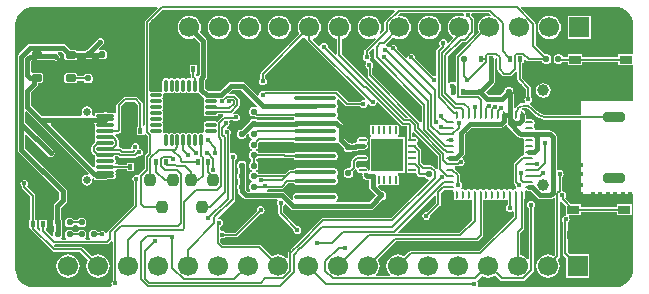
<source format=gtl>
G04*
G04 #@! TF.GenerationSoftware,Altium Limited,Altium Designer,20.0.13 (296)*
G04*
G04 Layer_Physical_Order=1*
G04 Layer_Color=255*
%FSLAX25Y25*%
%MOIN*%
G70*
G01*
G75*
%ADD10C,0.01000*%
%ADD13C,0.00600*%
%ADD18R,0.01575X0.01968*%
G04:AMPARAMS|DCode=19|XSize=20mil|YSize=20mil|CornerRadius=5mil|HoleSize=0mil|Usage=FLASHONLY|Rotation=90.000|XOffset=0mil|YOffset=0mil|HoleType=Round|Shape=RoundedRectangle|*
%AMROUNDEDRECTD19*
21,1,0.02000,0.01000,0,0,90.0*
21,1,0.01000,0.02000,0,0,90.0*
1,1,0.01000,0.00500,0.00500*
1,1,0.01000,0.00500,-0.00500*
1,1,0.01000,-0.00500,-0.00500*
1,1,0.01000,-0.00500,0.00500*
%
%ADD19ROUNDEDRECTD19*%
G04:AMPARAMS|DCode=20|XSize=20mil|YSize=20mil|CornerRadius=5mil|HoleSize=0mil|Usage=FLASHONLY|Rotation=0.000|XOffset=0mil|YOffset=0mil|HoleType=Round|Shape=RoundedRectangle|*
%AMROUNDEDRECTD20*
21,1,0.02000,0.01000,0,0,0.0*
21,1,0.01000,0.02000,0,0,0.0*
1,1,0.01000,0.00500,-0.00500*
1,1,0.01000,-0.00500,-0.00500*
1,1,0.01000,-0.00500,0.00500*
1,1,0.01000,0.00500,0.00500*
%
%ADD20ROUNDEDRECTD20*%
%ADD21R,0.03937X0.02756*%
%ADD22O,0.00984X0.02756*%
%ADD23O,0.02756X0.00984*%
%ADD24R,0.10630X0.11024*%
G04:AMPARAMS|DCode=25|XSize=160mil|YSize=160mil|CornerRadius=16mil|HoleSize=0mil|Usage=FLASHONLY|Rotation=270.000|XOffset=0mil|YOffset=0mil|HoleType=Round|Shape=RoundedRectangle|*
%AMROUNDEDRECTD25*
21,1,0.16000,0.12800,0,0,270.0*
21,1,0.12800,0.16000,0,0,270.0*
1,1,0.03200,-0.06400,-0.06400*
1,1,0.03200,-0.06400,0.06400*
1,1,0.03200,0.06400,0.06400*
1,1,0.03200,0.06400,-0.06400*
%
%ADD25ROUNDEDRECTD25*%
G04:AMPARAMS|DCode=26|XSize=26.57mil|YSize=9.84mil|CornerRadius=2.46mil|HoleSize=0mil|Usage=FLASHONLY|Rotation=270.000|XOffset=0mil|YOffset=0mil|HoleType=Round|Shape=RoundedRectangle|*
%AMROUNDEDRECTD26*
21,1,0.02657,0.00492,0,0,270.0*
21,1,0.02165,0.00984,0,0,270.0*
1,1,0.00492,-0.00246,-0.01083*
1,1,0.00492,-0.00246,0.01083*
1,1,0.00492,0.00246,0.01083*
1,1,0.00492,0.00246,-0.01083*
%
%ADD26ROUNDEDRECTD26*%
G04:AMPARAMS|DCode=27|XSize=26.57mil|YSize=9.84mil|CornerRadius=2.46mil|HoleSize=0mil|Usage=FLASHONLY|Rotation=0.000|XOffset=0mil|YOffset=0mil|HoleType=Round|Shape=RoundedRectangle|*
%AMROUNDEDRECTD27*
21,1,0.02657,0.00492,0,0,0.0*
21,1,0.02165,0.00984,0,0,0.0*
1,1,0.00492,0.01083,-0.00246*
1,1,0.00492,-0.01083,-0.00246*
1,1,0.00492,-0.01083,0.00246*
1,1,0.00492,0.01083,0.00246*
%
%ADD27ROUNDEDRECTD27*%
G04:AMPARAMS|DCode=28|XSize=37.4mil|YSize=39.37mil|CornerRadius=9.35mil|HoleSize=0mil|Usage=FLASHONLY|Rotation=180.000|XOffset=0mil|YOffset=0mil|HoleType=Round|Shape=RoundedRectangle|*
%AMROUNDEDRECTD28*
21,1,0.03740,0.02067,0,0,180.0*
21,1,0.01870,0.03937,0,0,180.0*
1,1,0.01870,-0.00935,0.01034*
1,1,0.01870,0.00935,0.01034*
1,1,0.01870,0.00935,-0.01034*
1,1,0.01870,-0.00935,-0.01034*
%
%ADD28ROUNDEDRECTD28*%
G04:AMPARAMS|DCode=29|XSize=15.75mil|YSize=137.8mil|CornerRadius=3.94mil|HoleSize=0mil|Usage=FLASHONLY|Rotation=270.000|XOffset=0mil|YOffset=0mil|HoleType=Round|Shape=RoundedRectangle|*
%AMROUNDEDRECTD29*
21,1,0.01575,0.12992,0,0,270.0*
21,1,0.00787,0.13780,0,0,270.0*
1,1,0.00787,-0.06496,-0.00394*
1,1,0.00787,-0.06496,0.00394*
1,1,0.00787,0.06496,0.00394*
1,1,0.00787,0.06496,-0.00394*
%
%ADD29ROUNDEDRECTD29*%
G04:AMPARAMS|DCode=30|XSize=12mil|YSize=38mil|CornerRadius=3mil|HoleSize=0mil|Usage=FLASHONLY|Rotation=0.000|XOffset=0mil|YOffset=0mil|HoleType=Round|Shape=RoundedRectangle|*
%AMROUNDEDRECTD30*
21,1,0.01200,0.03200,0,0,0.0*
21,1,0.00600,0.03800,0,0,0.0*
1,1,0.00600,0.00300,-0.01600*
1,1,0.00600,-0.00300,-0.01600*
1,1,0.00600,-0.00300,0.01600*
1,1,0.00600,0.00300,0.01600*
%
%ADD30ROUNDEDRECTD30*%
G04:AMPARAMS|DCode=31|XSize=12mil|YSize=38mil|CornerRadius=3mil|HoleSize=0mil|Usage=FLASHONLY|Rotation=90.000|XOffset=0mil|YOffset=0mil|HoleType=Round|Shape=RoundedRectangle|*
%AMROUNDEDRECTD31*
21,1,0.01200,0.03200,0,0,90.0*
21,1,0.00600,0.03800,0,0,90.0*
1,1,0.00600,0.01600,0.00300*
1,1,0.00600,0.01600,-0.00300*
1,1,0.00600,-0.01600,-0.00300*
1,1,0.00600,-0.01600,0.00300*
%
%ADD31ROUNDEDRECTD31*%
G04:AMPARAMS|DCode=32|XSize=23.62mil|YSize=35mil|CornerRadius=5.91mil|HoleSize=0mil|Usage=FLASHONLY|Rotation=90.000|XOffset=0mil|YOffset=0mil|HoleType=Round|Shape=RoundedRectangle|*
%AMROUNDEDRECTD32*
21,1,0.02362,0.02319,0,0,90.0*
21,1,0.01181,0.03500,0,0,90.0*
1,1,0.01181,0.01159,0.00591*
1,1,0.01181,0.01159,-0.00591*
1,1,0.01181,-0.01159,-0.00591*
1,1,0.01181,-0.01159,0.00591*
%
%ADD32ROUNDEDRECTD32*%
G04:AMPARAMS|DCode=33|XSize=31.5mil|YSize=70.87mil|CornerRadius=7.87mil|HoleSize=0mil|Usage=FLASHONLY|Rotation=270.000|XOffset=0mil|YOffset=0mil|HoleType=Round|Shape=RoundedRectangle|*
%AMROUNDEDRECTD33*
21,1,0.03150,0.05512,0,0,270.0*
21,1,0.01575,0.07087,0,0,270.0*
1,1,0.01575,-0.02756,-0.00787*
1,1,0.01575,-0.02756,0.00787*
1,1,0.01575,0.02756,0.00787*
1,1,0.01575,0.02756,-0.00787*
%
%ADD33ROUNDEDRECTD33*%
G04:AMPARAMS|DCode=34|XSize=59.06mil|YSize=11.81mil|CornerRadius=2.95mil|HoleSize=0mil|Usage=FLASHONLY|Rotation=0.000|XOffset=0mil|YOffset=0mil|HoleType=Round|Shape=RoundedRectangle|*
%AMROUNDEDRECTD34*
21,1,0.05906,0.00591,0,0,0.0*
21,1,0.05315,0.01181,0,0,0.0*
1,1,0.00591,0.02657,-0.00295*
1,1,0.00591,-0.02657,-0.00295*
1,1,0.00591,-0.02657,0.00295*
1,1,0.00591,0.02657,0.00295*
%
%ADD34ROUNDEDRECTD34*%
%ADD60C,0.01500*%
%ADD61C,0.11811*%
%ADD62R,0.06693X0.06693*%
%ADD63C,0.06693*%
%ADD64C,0.03937*%
%ADD65O,0.08268X0.03937*%
%ADD66O,0.06299X0.03937*%
%ADD67C,0.02559*%
%ADD68C,0.01600*%
G36*
X151907Y84304D02*
X151686Y83855D01*
X151500Y83880D01*
X150496Y83747D01*
X149560Y83360D01*
X148757Y82743D01*
X148140Y81940D01*
X147753Y81004D01*
X147620Y80000D01*
X147753Y78996D01*
X148029Y78330D01*
X140509Y70810D01*
X140332Y70546D01*
X140270Y70233D01*
X140270Y70233D01*
Y61902D01*
X139770Y61669D01*
X139520Y61836D01*
X139013Y61937D01*
X138505Y61836D01*
X138116Y61576D01*
X137916Y61623D01*
X137616Y61761D01*
Y70416D01*
X142237Y75038D01*
X143218D01*
X143218Y75038D01*
X143530Y75100D01*
X143794Y75277D01*
X146290Y77772D01*
X146466Y78036D01*
X146528Y78349D01*
X146528Y78349D01*
Y82612D01*
X146528Y82612D01*
X146466Y82924D01*
X146290Y83189D01*
X145524Y83955D01*
X145533Y84000D01*
X145476Y84284D01*
X145802Y84784D01*
X151426D01*
X151907Y84304D01*
D02*
G37*
G36*
X142938Y84284D02*
X142906Y84122D01*
X142639Y83873D01*
X142420Y83758D01*
X141500Y83880D01*
X140496Y83747D01*
X139560Y83360D01*
X138757Y82743D01*
X138140Y81940D01*
X137753Y81004D01*
X137620Y80000D01*
X137753Y78996D01*
X138140Y78060D01*
X138757Y77257D01*
X139249Y76879D01*
X139282Y76380D01*
X137794Y74892D01*
X137632Y74917D01*
X137284Y75089D01*
X137207Y75473D01*
X136920Y75903D01*
X136490Y76191D01*
X135983Y76292D01*
X135475Y76191D01*
X135045Y75903D01*
X134758Y75473D01*
X134657Y74966D01*
X134758Y74459D01*
X135045Y74029D01*
X134883Y73536D01*
X134023Y72677D01*
X133846Y72412D01*
X133784Y72100D01*
X133784Y72100D01*
Y64095D01*
X133284Y63769D01*
X133000Y63825D01*
X132857Y63797D01*
X126797Y69857D01*
X126826Y70000D01*
X126725Y70507D01*
X126437Y70937D01*
X126007Y71224D01*
X125500Y71325D01*
X124993Y71224D01*
X124563Y70937D01*
X124276Y70507D01*
X124206Y70155D01*
X123779Y69965D01*
X123695Y69958D01*
X120797Y72856D01*
X120826Y73000D01*
X120725Y73507D01*
X120437Y73937D01*
X120007Y74225D01*
X119500Y74325D01*
X118993Y74225D01*
X118563Y73937D01*
X118275Y73507D01*
X117756Y73437D01*
X117326Y73725D01*
X117112Y73767D01*
X117054Y73852D01*
X116961Y74307D01*
X119410Y76756D01*
X119560Y76640D01*
X120496Y76253D01*
X121500Y76120D01*
X122504Y76253D01*
X123440Y76640D01*
X124243Y77257D01*
X124860Y78060D01*
X125248Y78996D01*
X125380Y80000D01*
X125248Y81004D01*
X124860Y81940D01*
X124243Y82743D01*
X123440Y83360D01*
X122504Y83747D01*
X121500Y83880D01*
X121314Y83855D01*
X121093Y84304D01*
X121574Y84784D01*
X142612D01*
X142938Y84284D01*
D02*
G37*
G36*
X119905Y85422D02*
X116736Y82253D01*
X116559Y81989D01*
X116497Y81677D01*
X116497Y81676D01*
Y79091D01*
X115355Y77950D01*
X114931Y78233D01*
X115247Y78996D01*
X115380Y80000D01*
X115247Y81004D01*
X114860Y81940D01*
X114243Y82743D01*
X113440Y83360D01*
X112504Y83747D01*
X111500Y83880D01*
X110496Y83747D01*
X109560Y83360D01*
X108757Y82743D01*
X108140Y81940D01*
X107753Y81004D01*
X107621Y80000D01*
X107753Y78996D01*
X108140Y78060D01*
X108757Y77257D01*
X109560Y76640D01*
X110496Y76253D01*
X111500Y76120D01*
X112504Y76253D01*
X113267Y76569D01*
X113550Y76145D01*
X110036Y72630D01*
X109859Y72365D01*
X109797Y72053D01*
X109797Y72053D01*
Y71130D01*
X109675Y71049D01*
X109388Y70619D01*
X109287Y70112D01*
X109388Y69605D01*
X109675Y69175D01*
X110105Y68887D01*
X110318Y68845D01*
X110402Y68694D01*
X110492Y68301D01*
X110275Y67978D01*
X110175Y67470D01*
X110275Y66963D01*
X110563Y66533D01*
X110876Y66324D01*
Y64075D01*
X110876Y64075D01*
X110938Y63763D01*
X111115Y63499D01*
X124290Y50323D01*
X124098Y49861D01*
X123493D01*
X102316Y71038D01*
Y76228D01*
X102504Y76253D01*
X103440Y76640D01*
X104243Y77257D01*
X104860Y78060D01*
X105247Y78996D01*
X105380Y80000D01*
X105247Y81004D01*
X104860Y81940D01*
X104243Y82743D01*
X103440Y83360D01*
X102504Y83747D01*
X101500Y83880D01*
X100496Y83747D01*
X99560Y83360D01*
X98757Y82743D01*
X98140Y81940D01*
X97753Y81004D01*
X97620Y80000D01*
X97753Y78996D01*
X98140Y78060D01*
X98757Y77257D01*
X99560Y76640D01*
X100496Y76253D01*
X100684Y76228D01*
Y71101D01*
X100184Y70894D01*
X97710Y73369D01*
X97738Y73512D01*
X97637Y74019D01*
X97350Y74449D01*
X96920Y74736D01*
X96413Y74837D01*
X95905Y74736D01*
X95475Y74449D01*
X95219Y74066D01*
X95123Y74007D01*
X94658Y73920D01*
X92761Y75818D01*
X92878Y76407D01*
X93440Y76640D01*
X94243Y77257D01*
X94860Y78060D01*
X95248Y78996D01*
X95380Y80000D01*
X95248Y81004D01*
X94860Y81940D01*
X94243Y82743D01*
X93440Y83360D01*
X92504Y83747D01*
X91500Y83880D01*
X90496Y83747D01*
X89560Y83360D01*
X88757Y82743D01*
X88140Y81940D01*
X87753Y81004D01*
X87621Y80000D01*
X87753Y78996D01*
X88140Y78060D01*
X88256Y77909D01*
X75423Y65077D01*
X75247Y64812D01*
X75184Y64500D01*
X75184Y64500D01*
Y63018D01*
X75063Y62937D01*
X74775Y62507D01*
X74675Y62000D01*
X74775Y61493D01*
X75063Y61063D01*
X75493Y60775D01*
X76000Y60675D01*
X76507Y60775D01*
X76937Y61063D01*
X77225Y61493D01*
X77326Y62000D01*
X77225Y62507D01*
X76937Y62937D01*
X76816Y63018D01*
Y64162D01*
X89410Y76756D01*
X89560Y76640D01*
X90496Y76253D01*
X90684Y75924D01*
X90746Y75612D01*
X90923Y75348D01*
X110044Y56227D01*
X109798Y55766D01*
X109500Y55825D01*
X108993Y55725D01*
X108563Y55437D01*
X108482Y55316D01*
X104416D01*
X101067Y58664D01*
X101067Y58664D01*
X100803Y58841D01*
X100491Y58903D01*
X100491Y58903D01*
X76858D01*
X76858Y58903D01*
X76858Y58903D01*
X76667Y58865D01*
X76546Y58841D01*
X76546Y58841D01*
X76546Y58841D01*
X76403Y58745D01*
X76000Y58825D01*
X75493Y58724D01*
X75063Y58437D01*
X74775Y58007D01*
X74683Y57544D01*
X74518Y57441D01*
X74201Y57320D01*
X70136Y61385D01*
X69722Y61661D01*
X69235Y61758D01*
X65273D01*
X64786Y61661D01*
X64372Y61385D01*
X61667Y58680D01*
X57840D01*
X56680Y59840D01*
Y62384D01*
X57074Y62779D01*
X57351Y63192D01*
X57448Y63680D01*
Y64516D01*
X57461D01*
Y67484D01*
X57448D01*
Y75327D01*
X57351Y75814D01*
X57074Y76228D01*
X54972Y78330D01*
X55247Y78996D01*
X55380Y80000D01*
X55247Y81004D01*
X54860Y81940D01*
X54243Y82743D01*
X53440Y83360D01*
X52504Y83747D01*
X51500Y83880D01*
X50496Y83747D01*
X49560Y83360D01*
X48757Y82743D01*
X48140Y81940D01*
X47753Y81004D01*
X47620Y80000D01*
X47753Y78996D01*
X48140Y78060D01*
X48757Y77257D01*
X49560Y76640D01*
X50496Y76253D01*
X51500Y76120D01*
X52504Y76253D01*
X53170Y76528D01*
X54899Y74799D01*
Y67484D01*
X54886D01*
Y64516D01*
X54886Y64516D01*
X54886D01*
X54886Y64516D01*
X54759Y64068D01*
X54504Y63813D01*
X54485Y63784D01*
X54372Y63737D01*
X53857Y63745D01*
X53642Y63960D01*
Y64516D01*
X54114D01*
Y67484D01*
X51539D01*
Y64516D01*
X52011D01*
Y63622D01*
X52011Y63622D01*
X52031Y63523D01*
X51903Y63301D01*
X51717Y63104D01*
X51651Y63066D01*
X51169D01*
X50856Y63003D01*
X50592Y62827D01*
X50377D01*
X50112Y63003D01*
X49800Y63066D01*
X49200D01*
X48888Y63003D01*
X48516Y62866D01*
X48144Y63003D01*
X47831Y63066D01*
X47232D01*
X46919Y63003D01*
X46655Y62827D01*
X46440D01*
X46175Y63003D01*
X45863Y63066D01*
X45263D01*
X44951Y63003D01*
X44579Y62866D01*
X44207Y63003D01*
X43894Y63066D01*
X43295D01*
X42982Y63003D01*
X42718Y62827D01*
X42541Y62562D01*
X42479Y62250D01*
Y59050D01*
X42513Y58880D01*
X42446Y58768D01*
X42232Y58554D01*
X42120Y58487D01*
X41950Y58521D01*
X38750D01*
X38669Y58505D01*
X38216Y58805D01*
X38169Y58877D01*
Y81380D01*
X42674Y85884D01*
X119714D01*
X119905Y85422D01*
D02*
G37*
G36*
X193500Y86979D02*
X194666Y86864D01*
X195788Y86524D01*
X196822Y85971D01*
X197728Y85228D01*
X198471Y84322D01*
X199024Y83288D01*
X199364Y82166D01*
X199479Y81000D01*
X199480D01*
X199480Y80999D01*
Y71590D01*
X199433Y71110D01*
X198980Y71110D01*
X194496D01*
Y70048D01*
X182504D01*
Y71110D01*
X177567D01*
Y70048D01*
X176010D01*
X175942Y70390D01*
X175721Y70721D01*
X175390Y70942D01*
X175000Y71020D01*
X174000D01*
X173610Y70942D01*
X173279Y70721D01*
X173058Y70390D01*
X172980Y70000D01*
Y69000D01*
X173058Y68610D01*
X173279Y68279D01*
X173610Y68058D01*
X174000Y67980D01*
X175000D01*
X175390Y68058D01*
X175721Y68279D01*
X175813Y68416D01*
X177567D01*
Y67354D01*
X182504D01*
Y68416D01*
X194496D01*
Y67354D01*
X199433Y67354D01*
X199480Y66874D01*
Y55500D01*
X182000D01*
Y50816D01*
X170900D01*
X170875Y50811D01*
X169609Y50977D01*
X168407Y51475D01*
X167394Y52252D01*
X167380Y52274D01*
X166077Y53577D01*
X166091Y53591D01*
X165211Y54267D01*
X165129Y54301D01*
X165091Y54447D01*
X165115Y54848D01*
X165437Y55063D01*
X165725Y55493D01*
X165825Y56000D01*
X165725Y56507D01*
X165437Y56937D01*
X165316Y57019D01*
Y59946D01*
X165316Y59946D01*
X165254Y60258D01*
X165077Y60523D01*
X165077Y60523D01*
X162489Y63111D01*
Y68016D01*
X162961D01*
Y69309D01*
X163423Y69500D01*
X164000Y68923D01*
X164264Y68746D01*
X164576Y68684D01*
X164577Y68684D01*
X169043D01*
X169058Y68610D01*
X169279Y68279D01*
X169610Y68058D01*
X170000Y67980D01*
X171000D01*
X171390Y68058D01*
X171721Y68279D01*
X171942Y68610D01*
X172020Y69000D01*
Y70000D01*
X171942Y70390D01*
X171721Y70721D01*
X171390Y70942D01*
X171000Y71020D01*
X170134D01*
X166928Y74225D01*
Y81251D01*
X166866Y81564D01*
X166690Y81828D01*
X166689Y81828D01*
X161999Y86518D01*
X162190Y86980D01*
X193500D01*
Y86979D01*
D02*
G37*
G36*
X41001Y86518D02*
X36777Y82294D01*
X36600Y82030D01*
X36538Y81717D01*
X36538Y81717D01*
Y47649D01*
X36323Y47391D01*
X36009Y47318D01*
X35989Y47338D01*
Y54479D01*
X35989Y54479D01*
X35927Y54791D01*
X35750Y55056D01*
X35750Y55056D01*
X34184Y56622D01*
X33920Y56798D01*
X33608Y56861D01*
X33607Y56861D01*
X30045D01*
X30045Y56861D01*
X29733Y56798D01*
X29600Y56710D01*
X29468Y56622D01*
X29468Y56622D01*
X27423Y54577D01*
X27423Y54577D01*
X27246Y54312D01*
X27184Y54000D01*
X27184Y54000D01*
Y51511D01*
X26684Y51360D01*
X26652Y51408D01*
X26389Y51584D01*
X26079Y51645D01*
X24016D01*
X23909Y51717D01*
X23421Y51814D01*
X22934Y51717D01*
X22827Y51645D01*
X20764D01*
X20453Y51584D01*
X20190Y51408D01*
X20015Y51145D01*
X19953Y50835D01*
Y50586D01*
X19237D01*
X18970Y51086D01*
X19035Y51184D01*
X19173Y51878D01*
X19035Y52572D01*
X18641Y53161D01*
X18053Y53554D01*
X17358Y53692D01*
X16664Y53554D01*
X16075Y53161D01*
X15682Y52572D01*
X15544Y51878D01*
X15682Y51184D01*
X15747Y51086D01*
X15480Y50586D01*
X2270D01*
X-1213Y54070D01*
Y58372D01*
X751Y60336D01*
X1027Y60750D01*
X1125Y61237D01*
Y61557D01*
X1754D01*
X2179Y61642D01*
X2540Y61883D01*
X2781Y62244D01*
X2866Y62669D01*
Y63850D01*
X2781Y64276D01*
X2540Y64637D01*
X2179Y64878D01*
X1754Y64962D01*
X-565D01*
X-713Y64933D01*
X-1213Y65285D01*
Y68902D01*
X-1081Y69034D01*
X163D01*
X179Y69038D01*
X1754D01*
X2179Y69122D01*
X2271Y69184D01*
X6261D01*
X6406Y69087D01*
X6913Y68986D01*
X7420Y69087D01*
X7850Y69375D01*
X8137Y69805D01*
X8238Y70312D01*
X8137Y70819D01*
X7850Y71249D01*
X7629Y71397D01*
X7781Y71897D01*
X8954D01*
X9723Y71127D01*
Y70150D01*
X9808Y69724D01*
X10049Y69363D01*
X10409Y69122D01*
X10835Y69038D01*
X13154D01*
X13579Y69122D01*
X13940Y69363D01*
X14144Y69669D01*
X16944D01*
X17110Y69558D01*
X17500Y69480D01*
X18500D01*
X18890Y69558D01*
X19056Y69669D01*
X21444D01*
X21610Y69558D01*
X22000Y69480D01*
X23000D01*
X23390Y69558D01*
X23721Y69779D01*
X23942Y70110D01*
X24020Y70500D01*
Y71500D01*
X23942Y71890D01*
X23721Y72221D01*
X23390Y72442D01*
X23000Y72519D01*
X22000D01*
X21610Y72442D01*
X21529Y72473D01*
X21405Y73055D01*
X22673Y74324D01*
X22749Y74375D01*
X23036Y74805D01*
X23137Y75312D01*
X23036Y75819D01*
X22749Y76249D01*
X22319Y76537D01*
X21812Y76637D01*
X21305Y76537D01*
X20875Y76249D01*
X20635Y75891D01*
X17349Y72604D01*
X17260Y72472D01*
X17110Y72442D01*
X16779Y72221D01*
X16777Y72218D01*
X13789D01*
X13579Y72358D01*
X13154Y72443D01*
X12013D01*
X10383Y74072D01*
X9969Y74349D01*
X9482Y74446D01*
X-1575D01*
X-2063Y74349D01*
X-2476Y74072D01*
X-5389Y71160D01*
X-5665Y70746D01*
X-5762Y70259D01*
Y47724D01*
Y39312D01*
X-5665Y38824D01*
X-5389Y38411D01*
X8138Y24884D01*
Y22940D01*
X6611Y21413D01*
X6335Y21000D01*
X6238Y20512D01*
Y16010D01*
X6158Y15890D01*
X6080Y15499D01*
Y14500D01*
X6158Y14109D01*
X6325Y13859D01*
Y12140D01*
X6158Y11890D01*
X6080Y11500D01*
Y10758D01*
X5580Y10550D01*
X3615Y12516D01*
X3794Y13016D01*
X3961D01*
Y15984D01*
X1386D01*
Y13016D01*
X1858D01*
Y12503D01*
X1364Y12290D01*
X614Y13039D01*
Y15984D01*
X142D01*
Y23980D01*
X142Y23980D01*
X80Y24292D01*
X-97Y24557D01*
X-97Y24557D01*
X-2566Y27027D01*
X-2563Y27063D01*
X-2275Y27493D01*
X-2174Y28000D01*
X-2275Y28507D01*
X-2563Y28937D01*
X-2993Y29225D01*
X-3500Y29325D01*
X-4007Y29225D01*
X-4437Y28937D01*
X-4724Y28507D01*
X-4825Y28000D01*
X-4724Y27493D01*
X-4437Y27063D01*
X-4316Y26981D01*
Y26807D01*
X-4316Y26807D01*
X-4253Y26495D01*
X-4077Y26230D01*
X-1489Y23642D01*
Y15984D01*
X-1961D01*
Y13016D01*
X-1764D01*
X-1283Y12967D01*
X-1221Y12655D01*
X-1044Y12390D01*
X5923Y5423D01*
X5923Y5423D01*
X6188Y5246D01*
X6500Y5184D01*
X6500Y5184D01*
X15162D01*
X17756Y2591D01*
X17640Y2440D01*
X17253Y1504D01*
X17120Y500D01*
X17253Y-504D01*
X17640Y-1440D01*
X18257Y-2243D01*
X19060Y-2860D01*
X19996Y-3247D01*
X21000Y-3380D01*
X22004Y-3247D01*
X22940Y-2860D01*
X23743Y-2243D01*
X24360Y-1440D01*
X24747Y-504D01*
X24880Y500D01*
X24747Y1504D01*
X24360Y2440D01*
X23743Y3243D01*
X22940Y3860D01*
X22004Y4247D01*
X21000Y4380D01*
X19996Y4247D01*
X19060Y3860D01*
X18910Y3744D01*
X16077Y6577D01*
X15812Y6753D01*
X15500Y6816D01*
X15500Y6816D01*
X6838D01*
X6464Y7190D01*
X6676Y7684D01*
X24040D01*
X24040Y7684D01*
X24353Y7746D01*
X24617Y7923D01*
X25497Y8803D01*
X25810Y8732D01*
X25997Y8612D01*
Y-4270D01*
X25875Y-4351D01*
X25588Y-4781D01*
X25487Y-5288D01*
X25588Y-5795D01*
X25712Y-5980D01*
X25445Y-6481D01*
X-500D01*
X-500Y-6480D01*
Y-6479D01*
X-1666Y-6364D01*
X-2788Y-6024D01*
X-3822Y-5471D01*
X-4728Y-4728D01*
X-5471Y-3822D01*
X-6024Y-2788D01*
X-6364Y-1666D01*
X-6479Y-500D01*
X-6480D01*
Y81000D01*
X-6480Y81000D01*
X-6479D01*
X-6364Y82166D01*
X-6024Y83288D01*
X-5471Y84322D01*
X-4728Y85228D01*
X-3822Y85971D01*
X-2788Y86524D01*
X-1666Y86864D01*
X-500Y86979D01*
Y86980D01*
X-500Y86980D01*
X40810D01*
X41001Y86518D01*
D02*
G37*
G36*
X50856Y58296D02*
X51169Y58234D01*
X51768D01*
X52081Y58296D01*
X52453Y58434D01*
X52825Y58296D01*
X53137Y58234D01*
X53737D01*
X54049Y58296D01*
X54314Y58473D01*
X54724Y58192D01*
X56191Y56724D01*
X56473Y56314D01*
X56296Y56049D01*
X56234Y55737D01*
Y55137D01*
X56296Y54825D01*
X56433Y54453D01*
X56296Y54081D01*
X56234Y53768D01*
Y53168D01*
X56296Y52856D01*
X56473Y52592D01*
Y52377D01*
X56296Y52112D01*
X56234Y51800D01*
Y51200D01*
X56296Y50888D01*
X56473Y50623D01*
X56738Y50446D01*
X57050Y50384D01*
X60250D01*
X60562Y50446D01*
X60827Y50623D01*
X61004Y50888D01*
X61039Y51069D01*
X62670D01*
X62743Y50850D01*
X62753Y50569D01*
X62558Y50438D01*
X62558Y50438D01*
X60773Y48654D01*
X60691Y48530D01*
X60562Y48616D01*
X60250Y48679D01*
X57050D01*
X56738Y48616D01*
X56473Y48440D01*
X56296Y48175D01*
X56234Y47863D01*
Y47263D01*
X56296Y46951D01*
X56433Y46579D01*
X56296Y46207D01*
X56234Y45895D01*
Y45294D01*
X56268Y45125D01*
X56201Y45012D01*
X55988Y44799D01*
X55875Y44732D01*
X55705Y44766D01*
X55106D01*
X54793Y44704D01*
X54529Y44527D01*
X54314D01*
X54049Y44704D01*
X53737Y44766D01*
X53137D01*
X52825Y44704D01*
X52453Y44566D01*
X52081Y44704D01*
X51768Y44766D01*
X51169D01*
X50856Y44704D01*
X50592Y44527D01*
X50377D01*
X50112Y44704D01*
X49800Y44766D01*
X49200D01*
X48888Y44704D01*
X48516Y44566D01*
X48144Y44704D01*
X47831Y44766D01*
X47232D01*
X46919Y44704D01*
X46655Y44527D01*
X46440D01*
X46175Y44704D01*
X45863Y44766D01*
X45263D01*
X44951Y44704D01*
X44579Y44566D01*
X44207Y44704D01*
X43894Y44766D01*
X43295D01*
X43125Y44732D01*
X43012Y44799D01*
X42799Y45012D01*
X42732Y45125D01*
X42766Y45294D01*
Y45895D01*
X42704Y46207D01*
X42566Y46579D01*
X42704Y46951D01*
X42766Y47263D01*
Y47863D01*
X42704Y48175D01*
X42527Y48440D01*
Y48655D01*
X42704Y48919D01*
X42766Y49231D01*
Y49832D01*
X42704Y50144D01*
X42566Y50516D01*
X42704Y50888D01*
X42766Y51200D01*
Y51800D01*
X42704Y52112D01*
X42527Y52377D01*
Y52592D01*
X42704Y52856D01*
X42766Y53168D01*
Y53768D01*
X42704Y54081D01*
X42566Y54453D01*
X42704Y54825D01*
X42766Y55137D01*
Y55737D01*
X42704Y56049D01*
X42527Y56314D01*
Y56529D01*
X42704Y56793D01*
X42766Y57105D01*
Y57705D01*
X42732Y57875D01*
X42799Y57988D01*
X43012Y58201D01*
X43125Y58268D01*
X43295Y58234D01*
X43894D01*
X44207Y58296D01*
X44579Y58434D01*
X44951Y58296D01*
X45263Y58234D01*
X45863D01*
X46175Y58296D01*
X46440Y58473D01*
X46655D01*
X46919Y58296D01*
X47232Y58234D01*
X47831D01*
X48144Y58296D01*
X48516Y58434D01*
X48888Y58296D01*
X49200Y58234D01*
X49800D01*
X50112Y58296D01*
X50377Y58473D01*
X50592D01*
X50856Y58296D01*
D02*
G37*
G36*
X154184Y69532D02*
Y66000D01*
X154184Y66000D01*
X154246Y65688D01*
X154423Y65423D01*
X155802Y64045D01*
X155802Y64044D01*
X156067Y63868D01*
X156379Y63806D01*
X158500D01*
X158500Y63806D01*
X158812Y63868D01*
X159077Y64044D01*
X160358Y65326D01*
X160858Y65118D01*
Y62773D01*
X160858Y62773D01*
X160920Y62461D01*
X161097Y62196D01*
X163684Y59608D01*
Y57019D01*
X163563Y56937D01*
X163275Y56507D01*
X163174Y56000D01*
X163275Y55493D01*
X163405Y55299D01*
X163115Y54833D01*
X163086Y54836D01*
X163086Y54836D01*
X163086Y54836D01*
X163000Y54830D01*
Y54830D01*
X162101Y54711D01*
X161264Y54365D01*
X160545Y53813D01*
X160164Y53316D01*
X159664Y53486D01*
Y57464D01*
X159567Y57952D01*
X159525Y58015D01*
Y58250D01*
X159520Y58275D01*
Y59000D01*
X159442Y59390D01*
X159221Y59721D01*
X158890Y59942D01*
X158500Y60019D01*
X157500D01*
X157110Y59942D01*
X156779Y59721D01*
X156558Y59390D01*
X156481Y59000D01*
Y58783D01*
X155184Y57486D01*
X151316D01*
X150302Y58500D01*
X153075Y61272D01*
X153351Y61686D01*
X153448Y62173D01*
Y68016D01*
X153461D01*
Y69463D01*
X153961Y69707D01*
X154184Y69532D01*
D02*
G37*
G36*
X163755Y53084D02*
X164379Y52826D01*
X164915Y52415D01*
X164923Y52423D01*
X165873Y51474D01*
X166215Y51109D01*
X166215Y51109D01*
X167219Y50285D01*
X168364Y49672D01*
X169607Y49295D01*
X170900Y49168D01*
Y49184D01*
X182000D01*
Y24500D01*
X199480D01*
Y-500D01*
X199480Y-500D01*
X199479D01*
X199364Y-1666D01*
X199024Y-2788D01*
X198471Y-3822D01*
X197728Y-4728D01*
X196822Y-5471D01*
X195788Y-6024D01*
X194666Y-6364D01*
X193500Y-6479D01*
Y-6480D01*
X193500Y-6481D01*
X148010D01*
X147729Y-6014D01*
X147730Y-5980D01*
X147826Y-5500D01*
X147725Y-4993D01*
X147556Y-4741D01*
X147479Y-4425D01*
X147590Y-4064D01*
X148909Y-2744D01*
X149060Y-2860D01*
X149996Y-3247D01*
X151000Y-3380D01*
X152004Y-3247D01*
X152940Y-2860D01*
X153374Y-2527D01*
X155070Y-4223D01*
X155070Y-4223D01*
X155334Y-4400D01*
X155647Y-4462D01*
X155647Y-4462D01*
X162718D01*
X162718Y-4462D01*
X163030Y-4400D01*
X163294Y-4223D01*
X166077Y-1441D01*
X166077Y-1441D01*
X166254Y-1176D01*
X166316Y-864D01*
X166316Y-864D01*
Y19896D01*
X166361Y19926D01*
X166649Y20356D01*
X166750Y20863D01*
X166649Y21371D01*
X166361Y21801D01*
X165931Y22088D01*
X165424Y22189D01*
X164917Y22088D01*
X164487Y21801D01*
X164199Y21371D01*
X164099Y20863D01*
X164199Y20356D01*
X164487Y19926D01*
X164684Y19794D01*
Y2838D01*
X164184Y2668D01*
X163743Y3243D01*
X162940Y3860D01*
X162004Y4247D01*
X161816Y4272D01*
Y11374D01*
X162903Y12462D01*
X162903Y12462D01*
X163080Y12726D01*
X163142Y13038D01*
X163142Y13039D01*
Y22689D01*
X163276Y22888D01*
X163333Y23179D01*
Y25221D01*
X163520Y25480D01*
X163779Y25667D01*
X163995D01*
X164251Y25496D01*
X164738Y25399D01*
X165251D01*
X167551Y23099D01*
X167705Y22996D01*
X167964Y22822D01*
X168452Y22725D01*
X171771D01*
X172259Y22822D01*
X172672Y23099D01*
X172923Y23349D01*
X173384Y23157D01*
Y4149D01*
X172967Y3839D01*
X172940Y3860D01*
X172004Y4247D01*
X171000Y4380D01*
X169996Y4247D01*
X169060Y3860D01*
X168257Y3243D01*
X167640Y2440D01*
X167253Y1504D01*
X167121Y500D01*
X167253Y-504D01*
X167640Y-1440D01*
X168257Y-2243D01*
X169060Y-2860D01*
X169996Y-3247D01*
X171000Y-3380D01*
X172004Y-3247D01*
X172940Y-2860D01*
X173743Y-2243D01*
X174360Y-1440D01*
X174748Y-504D01*
X174880Y500D01*
X174748Y1504D01*
X174360Y2440D01*
X174244Y2591D01*
X174777Y3123D01*
X174777Y3123D01*
X174954Y3388D01*
X175016Y3700D01*
Y21910D01*
X175118Y21984D01*
X175516Y22098D01*
X177067Y20547D01*
Y17802D01*
X176900Y17325D01*
X176393Y17224D01*
X175963Y16937D01*
X175675Y16507D01*
X175575Y16000D01*
X175675Y15493D01*
X175951Y15080D01*
Y4733D01*
X175951Y4733D01*
X176013Y4421D01*
X176190Y4157D01*
X176190Y4157D01*
X177154Y3193D01*
Y-3347D01*
X184846D01*
Y4346D01*
X178307D01*
X177583Y5071D01*
Y14892D01*
X177837Y15063D01*
X178125Y15493D01*
X178226Y16000D01*
X178125Y16507D01*
X177893Y16854D01*
X177987Y17163D01*
X178113Y17354D01*
X182004D01*
Y18417D01*
X193996D01*
Y17354D01*
X198933D01*
Y21110D01*
X193996D01*
Y20048D01*
X182004D01*
Y21110D01*
X178811D01*
X176807Y23114D01*
Y23247D01*
X177025Y23573D01*
X177126Y24080D01*
X177025Y24587D01*
X176737Y25017D01*
X176307Y25304D01*
X175800Y25405D01*
X175783Y25880D01*
Y30134D01*
X175904Y30216D01*
X176192Y30646D01*
X176293Y31153D01*
X176192Y31660D01*
X175904Y32090D01*
X175474Y32377D01*
X174967Y32478D01*
X174493Y32384D01*
X174447Y32386D01*
X173993Y32667D01*
Y43442D01*
X173993Y43443D01*
X173993Y43443D01*
X173943Y43694D01*
X173896Y43930D01*
X173896Y43930D01*
X173896Y43930D01*
X173765Y44127D01*
X173620Y44344D01*
X173620Y44344D01*
X173620Y44344D01*
X172672Y45291D01*
X172458Y45434D01*
X172259Y45567D01*
X172259Y45567D01*
X172259Y45567D01*
X172023Y45614D01*
X171771Y45664D01*
X166974D01*
X166582Y46112D01*
Y46604D01*
X166524Y46896D01*
X166359Y47142D01*
Y47543D01*
X166524Y47790D01*
X166582Y48081D01*
Y48573D01*
X166524Y48864D01*
X166359Y49111D01*
X166112Y49276D01*
X165821Y49334D01*
X163656D01*
X163601Y49378D01*
Y50738D01*
X163504Y51226D01*
X163333Y51481D01*
Y51821D01*
X163276Y52112D01*
X163111Y52359D01*
X162864Y52524D01*
X162573Y52582D01*
X162528D01*
X162479Y53082D01*
X162612Y53108D01*
X163086Y53172D01*
X163086Y53172D01*
X163086Y53172D01*
X163755Y53084D01*
D02*
G37*
G36*
X74076Y53840D02*
X74059Y53801D01*
X73781Y53428D01*
X73500Y53484D01*
X72500D01*
X72110Y53406D01*
X71779Y53185D01*
X71558Y52854D01*
X71481Y52464D01*
Y51464D01*
X71558Y51074D01*
X71779Y50743D01*
X72110Y50522D01*
X72500Y50445D01*
X73366D01*
X73399Y50411D01*
X73399Y50411D01*
X73664Y50235D01*
X73976Y50172D01*
X86211D01*
X86360Y49950D01*
X86212Y49471D01*
X85976Y49239D01*
X74141D01*
X73890Y49406D01*
X73500Y49484D01*
X72500D01*
X72110Y49406D01*
X71779Y49185D01*
X71558Y48854D01*
X71551Y48817D01*
X68717Y45984D01*
X68500D01*
X68110Y45906D01*
X67779Y45685D01*
X67558Y45354D01*
X67480Y44964D01*
Y43964D01*
X67558Y43574D01*
X67779Y43243D01*
X68110Y43022D01*
X68500Y42944D01*
X69500D01*
X69890Y43022D01*
X70221Y43243D01*
X70442Y43574D01*
X70520Y43964D01*
Y44181D01*
X70981Y44642D01*
X71481Y44435D01*
Y43964D01*
X71558Y43574D01*
X71779Y43243D01*
X72110Y43022D01*
X72377Y42969D01*
Y42459D01*
X72110Y42406D01*
X71779Y42185D01*
X71558Y41854D01*
X71481Y41464D01*
Y40464D01*
X71558Y40074D01*
X71779Y39743D01*
X72110Y39522D01*
X72377Y39469D01*
Y38959D01*
X72110Y38906D01*
X71779Y38685D01*
X71558Y38354D01*
X71481Y37964D01*
Y36964D01*
X71558Y36574D01*
X71779Y36243D01*
X72110Y36022D01*
X72184Y36007D01*
Y35421D01*
X72110Y35406D01*
X71779Y35185D01*
X71558Y34854D01*
X71481Y34464D01*
Y33464D01*
X71558Y33074D01*
X71779Y32743D01*
X72110Y32522D01*
X72377Y32469D01*
Y31959D01*
X72110Y31906D01*
X71779Y31685D01*
X71558Y31354D01*
X71481Y30964D01*
Y29964D01*
X71558Y29574D01*
X71779Y29243D01*
X72110Y29022D01*
X72377Y28969D01*
Y28459D01*
X72110Y28406D01*
X71779Y28185D01*
X71558Y27854D01*
X71481Y27464D01*
Y26464D01*
X71558Y26074D01*
X71750Y25786D01*
X71700Y25577D01*
X71563Y25286D01*
X70941D01*
X70326Y25901D01*
X70442Y26074D01*
X70520Y26464D01*
Y27464D01*
X70442Y27854D01*
X70275Y28105D01*
Y29323D01*
X70442Y29574D01*
X70520Y29964D01*
Y30964D01*
X70442Y31354D01*
X70275Y31605D01*
Y32823D01*
X70442Y33074D01*
X70520Y33464D01*
Y34464D01*
X70442Y34854D01*
X70221Y35185D01*
X69890Y35406D01*
X69500Y35484D01*
X68500D01*
X68110Y35406D01*
X67779Y35185D01*
X67558Y34854D01*
X67480Y34464D01*
Y33464D01*
X67558Y33074D01*
X67726Y32823D01*
Y31605D01*
X67558Y31354D01*
X67480Y30964D01*
Y29964D01*
X67558Y29574D01*
X67726Y29323D01*
Y28105D01*
X67558Y27854D01*
X67480Y27464D01*
Y26464D01*
X67558Y26074D01*
X67726Y25823D01*
Y25425D01*
X67823Y24937D01*
X68099Y24523D01*
X69511Y23111D01*
X69925Y22834D01*
X70413Y22737D01*
X80654D01*
X80912Y22237D01*
X80766Y22019D01*
X80665Y21512D01*
X80766Y21005D01*
X81054Y20575D01*
X81175Y20493D01*
Y18009D01*
X81175Y18009D01*
X81237Y17697D01*
X81414Y17432D01*
X86203Y12643D01*
X86174Y12500D01*
X86275Y11993D01*
X86563Y11563D01*
X86993Y11275D01*
X87500Y11174D01*
X88007Y11275D01*
X88437Y11563D01*
X88725Y11993D01*
X88826Y12500D01*
X88725Y13007D01*
X88437Y13437D01*
X88007Y13725D01*
X87500Y13826D01*
X87357Y13797D01*
X82807Y18347D01*
Y20493D01*
X82928Y20575D01*
X83123Y20867D01*
X83688Y21010D01*
X85187Y19511D01*
X85600Y19234D01*
X86088Y19137D01*
X111912D01*
X112400Y19234D01*
X112813Y19511D01*
X115783Y22480D01*
X116000D01*
X116390Y22558D01*
X116721Y22779D01*
X116942Y23110D01*
X117020Y23500D01*
Y24500D01*
X116942Y24890D01*
X116721Y25221D01*
X116390Y25442D01*
X116000Y25519D01*
X115783D01*
X114456Y26846D01*
X114495Y27051D01*
X114653Y27356D01*
X114934Y27412D01*
X115263Y27631D01*
X115800D01*
X116129Y27412D01*
X116516Y27335D01*
X116903Y27412D01*
X117231Y27631D01*
X117769D01*
X118097Y27412D01*
X118484Y27335D01*
X118871Y27412D01*
X119200Y27631D01*
X119737D01*
X120066Y27412D01*
X120453Y27335D01*
X120840Y27412D01*
X121168Y27631D01*
X121387Y27959D01*
X121464Y28346D01*
Y30118D01*
X121387Y30505D01*
X121168Y30833D01*
X120937Y30988D01*
X121018Y31484D01*
X121020Y31488D01*
X123315D01*
Y43512D01*
X121019D01*
X121017Y43518D01*
X120936Y44012D01*
X121168Y44167D01*
X121387Y44495D01*
X121464Y44882D01*
Y46654D01*
X121387Y47041D01*
X121168Y47369D01*
X120840Y47588D01*
X120453Y47665D01*
X120066Y47588D01*
X119737Y47369D01*
X119200D01*
X118871Y47588D01*
X118484Y47665D01*
X118097Y47588D01*
X117769Y47369D01*
X117231D01*
X116903Y47588D01*
X116516Y47665D01*
X116129Y47588D01*
X115800Y47369D01*
X115263D01*
X114934Y47588D01*
X114547Y47665D01*
X114160Y47588D01*
X113832Y47369D01*
X113294D01*
X112966Y47588D01*
X112579Y47665D01*
X112192Y47588D01*
X111863Y47369D01*
X111644Y47041D01*
X111567Y46654D01*
Y44882D01*
X111644Y44495D01*
X111863Y44167D01*
X112095Y44012D01*
X112015Y43518D01*
X112012Y43512D01*
X111685D01*
Y32333D01*
X111185Y32152D01*
X111072Y32289D01*
X111130Y32579D01*
X111053Y32966D01*
X110833Y33294D01*
X110505Y33513D01*
X110118Y33590D01*
X108346D01*
X107959Y33513D01*
X107631Y33294D01*
X107609Y33261D01*
X107571Y33266D01*
X107128Y33441D01*
Y35078D01*
X107750Y35700D01*
X107781D01*
X107959Y35581D01*
X108346Y35504D01*
X110118D01*
X110505Y35581D01*
X110833Y35800D01*
X111053Y36129D01*
X111130Y36516D01*
X111053Y36903D01*
X110833Y37231D01*
X110505Y37450D01*
X110118Y37527D01*
X108346D01*
X107959Y37450D01*
X107781Y37331D01*
X107413D01*
X107100Y37269D01*
X106836Y37093D01*
X106836Y37093D01*
X105736Y35993D01*
X105559Y35728D01*
X105497Y35416D01*
X105497Y35416D01*
Y33650D01*
X104866Y33020D01*
X104000D01*
X103610Y32942D01*
X103279Y32721D01*
X103058Y32390D01*
X102980Y32000D01*
Y31000D01*
X103058Y30610D01*
X103279Y30279D01*
X103610Y30058D01*
X104000Y29980D01*
X105000D01*
X105390Y30058D01*
X105721Y30279D01*
X105942Y30610D01*
X106020Y31000D01*
Y31866D01*
X106848Y32694D01*
X107059Y32666D01*
X107347Y32520D01*
X107412Y32192D01*
X107631Y31863D01*
X107959Y31644D01*
X108346Y31567D01*
X108915D01*
X109208Y31067D01*
X109137Y30712D01*
X109238Y30205D01*
X109526Y29775D01*
X109743Y29629D01*
X109862Y29511D01*
X110275Y29234D01*
X110763Y29137D01*
X111304D01*
Y26921D01*
X111401Y26433D01*
X111678Y26020D01*
X113698Y24000D01*
X111384Y21686D01*
X100358D01*
X100309Y22186D01*
X100345Y22194D01*
X100640Y22391D01*
X100838Y22687D01*
X100907Y23035D01*
Y23823D01*
X100838Y24171D01*
X100640Y24467D01*
X100345Y24665D01*
X99996Y24734D01*
X87004D01*
X86655Y24665D01*
X86360Y24467D01*
X86162Y24171D01*
X86093Y23823D01*
Y23035D01*
X86122Y22887D01*
X85662Y22641D01*
X83389Y24913D01*
X82976Y25189D01*
X82488Y25286D01*
X77364D01*
X77315Y25786D01*
X77320Y25787D01*
X77750Y26075D01*
X77799Y26149D01*
X82213D01*
X82213Y26148D01*
X82525Y26210D01*
X82789Y26387D01*
X84527Y28125D01*
X86211D01*
X86360Y27903D01*
X86655Y27705D01*
X87004Y27636D01*
X99996D01*
X100345Y27705D01*
X100640Y27903D01*
X100838Y28199D01*
X100907Y28547D01*
Y29335D01*
X100838Y29683D01*
X100640Y29979D01*
X100560Y30033D01*
Y30605D01*
X100640Y30659D01*
X100838Y30954D01*
X100907Y31303D01*
Y32090D01*
X100838Y32439D01*
X100640Y32735D01*
X100345Y32932D01*
X99996Y33002D01*
X87004D01*
X86655Y32932D01*
X86360Y32735D01*
X86211Y32512D01*
X84940D01*
X84940Y32512D01*
X84628Y32450D01*
X84364Y32274D01*
X83370Y31280D01*
X74457D01*
X74442Y31354D01*
X74221Y31685D01*
X73890Y31906D01*
X73623Y31959D01*
Y32469D01*
X73890Y32522D01*
X74221Y32743D01*
X74442Y33074D01*
X74520Y33464D01*
Y34464D01*
X74442Y34854D01*
X74221Y35185D01*
X73890Y35406D01*
X73816Y35421D01*
Y36007D01*
X73890Y36022D01*
X74221Y36243D01*
X74442Y36574D01*
X74457Y36648D01*
X82775D01*
X82792Y36632D01*
X82792Y36632D01*
X83056Y36455D01*
X83368Y36393D01*
X86211D01*
X86360Y36171D01*
X86655Y35973D01*
X87004Y35904D01*
X99996D01*
X100345Y35973D01*
X100640Y36171D01*
X100838Y36466D01*
X100907Y36815D01*
Y37602D01*
X100838Y37951D01*
X100640Y38247D01*
X100345Y38444D01*
X99996Y38513D01*
X87004D01*
X86655Y38444D01*
X86360Y38247D01*
X86211Y38024D01*
X83706D01*
X83689Y38041D01*
X83425Y38218D01*
X83113Y38280D01*
X83113Y38280D01*
X74457D01*
X74442Y38354D01*
X74221Y38685D01*
X73890Y38906D01*
X73623Y38959D01*
Y39469D01*
X73890Y39522D01*
X74221Y39743D01*
X74442Y40074D01*
X74520Y40464D01*
Y41330D01*
X75094Y41905D01*
X86211D01*
X86360Y41682D01*
X86655Y41485D01*
X87004Y41416D01*
X99996D01*
X100345Y41485D01*
X100640Y41682D01*
X101151Y41547D01*
X102981Y39717D01*
Y39500D01*
X103058Y39110D01*
X103279Y38779D01*
X103610Y38558D01*
X104000Y38480D01*
X105000D01*
X105391Y38558D01*
X105641Y38725D01*
X106573D01*
X107061Y38822D01*
X107133Y38870D01*
X107220Y38887D01*
X107650Y39175D01*
X107652Y39178D01*
X109232D01*
X109720Y39275D01*
X109968Y39441D01*
X110118D01*
X110505Y39518D01*
X110833Y39737D01*
X111053Y40066D01*
X111130Y40453D01*
X111053Y40840D01*
X110833Y41168D01*
Y41706D01*
X111053Y42034D01*
X111130Y42421D01*
X111053Y42808D01*
X110833Y43137D01*
X110505Y43356D01*
X110118Y43433D01*
X108346D01*
X107959Y43356D01*
X107631Y43137D01*
X107412Y42808D01*
X107335Y42421D01*
X107373Y42227D01*
X107099Y41781D01*
X107022Y41718D01*
X106578Y41630D01*
X106165Y41354D01*
X106111Y41274D01*
X105641D01*
X105391Y41442D01*
X105000Y41519D01*
X104783D01*
X103187Y43115D01*
Y46732D01*
X103090Y47220D01*
X102814Y47633D01*
X101314Y49134D01*
X100900Y49410D01*
X100770Y49436D01*
X100640Y49950D01*
X100838Y50246D01*
X100907Y50594D01*
Y51382D01*
X100838Y51731D01*
X100640Y52026D01*
X100559Y52080D01*
Y52652D01*
X100640Y52706D01*
X100838Y53002D01*
X100907Y53350D01*
Y54138D01*
X100838Y54487D01*
X100640Y54782D01*
X100560Y54836D01*
Y55408D01*
X100640Y55462D01*
X100838Y55757D01*
X100858Y55859D01*
X101393Y56031D01*
X103501Y53923D01*
X103501Y53923D01*
X103766Y53746D01*
X104078Y53684D01*
X104078Y53684D01*
X108482D01*
X108563Y53563D01*
X108993Y53275D01*
X109500Y53175D01*
X110007Y53275D01*
X110437Y53563D01*
X110725Y53993D01*
X110780Y54271D01*
X111223Y54585D01*
X111314Y54605D01*
X111332Y54598D01*
X111619Y54168D01*
X112049Y53881D01*
X112556Y53780D01*
X113064Y53881D01*
X113494Y54168D01*
X113781Y54598D01*
X113848Y54936D01*
X114305Y55130D01*
X114358Y55133D01*
X122122Y47369D01*
X122122Y47369D01*
X122387Y47192D01*
X122699Y47130D01*
X124184D01*
Y43148D01*
X124167Y43137D01*
X123947Y42808D01*
X123870Y42421D01*
X123947Y42034D01*
X124167Y41706D01*
Y41168D01*
X123947Y40840D01*
X123870Y40453D01*
X123947Y40066D01*
X124167Y39737D01*
Y39200D01*
X123947Y38871D01*
X123870Y38484D01*
X123947Y38097D01*
X124167Y37769D01*
Y37231D01*
X123947Y36903D01*
X123870Y36516D01*
X123947Y36129D01*
X124167Y35800D01*
Y35263D01*
X123947Y34934D01*
X123870Y34547D01*
X123947Y34160D01*
X124167Y33832D01*
Y33294D01*
X123947Y32966D01*
X123870Y32579D01*
X123947Y32192D01*
X124167Y31863D01*
X124495Y31644D01*
X124882Y31567D01*
X126654D01*
X126684Y31573D01*
X127150Y31366D01*
X127213Y31207D01*
X127246Y31039D01*
X127423Y30774D01*
X127775Y30423D01*
X127775Y30423D01*
X128039Y30246D01*
X128351Y30184D01*
X130043D01*
X130058Y30110D01*
X130279Y29779D01*
X130610Y29558D01*
X130965Y29487D01*
X131088Y29297D01*
X131204Y29018D01*
X118713Y16528D01*
X96154D01*
X96154Y16528D01*
X95842Y16465D01*
X95578Y16289D01*
X87468Y8179D01*
X87468Y8179D01*
X85214Y5926D01*
X84570Y5281D01*
X84393Y5017D01*
X84331Y4704D01*
X84331Y4704D01*
Y3255D01*
X83857Y3095D01*
X83743Y3243D01*
X82940Y3860D01*
X82004Y4247D01*
X81000Y4380D01*
X79996Y4247D01*
X79060Y3860D01*
X78909Y3744D01*
X75265Y7389D01*
X75000Y7565D01*
X74688Y7628D01*
X74688Y7628D01*
X62751D01*
X61728Y8650D01*
Y9357D01*
X62228Y9683D01*
X62513Y9626D01*
X63020Y9727D01*
X63423Y9996D01*
X66913D01*
X66913Y9996D01*
X67225Y10058D01*
X67489Y10235D01*
X75069Y17815D01*
X75213Y17786D01*
X75720Y17887D01*
X76150Y18175D01*
X76437Y18605D01*
X76538Y19112D01*
X76437Y19619D01*
X76150Y20049D01*
X75720Y20336D01*
X75213Y20437D01*
X74705Y20336D01*
X74275Y20049D01*
X73988Y19619D01*
X73887Y19112D01*
X73916Y18969D01*
X66575Y11628D01*
X63624D01*
X63450Y11889D01*
X63020Y12176D01*
X62513Y12277D01*
X62228Y12220D01*
X61728Y12547D01*
Y13629D01*
X62020Y13687D01*
X62450Y13975D01*
X62737Y14405D01*
X62838Y14912D01*
X62737Y15419D01*
X62450Y15849D01*
X62020Y16137D01*
X61513Y16237D01*
X61208Y16177D01*
X60962Y16638D01*
X66577Y22252D01*
X66754Y22517D01*
X66816Y22829D01*
X66816Y22829D01*
Y35815D01*
X67037Y35963D01*
X67325Y36393D01*
X67426Y36900D01*
X67325Y37407D01*
X67037Y37837D01*
X66607Y38124D01*
X66100Y38225D01*
X65666Y38139D01*
X65220Y38324D01*
X65166Y38353D01*
Y44330D01*
X65275Y44493D01*
X65375Y45000D01*
X65275Y45507D01*
X64987Y45937D01*
X64557Y46224D01*
X64067Y46322D01*
X64106Y46838D01*
X64536Y47126D01*
X64823Y47556D01*
X64924Y48063D01*
X64828Y48546D01*
X64826Y48575D01*
X65107Y49046D01*
X66088D01*
X66493Y48775D01*
X67000Y48674D01*
X67507Y48775D01*
X67937Y49063D01*
X68225Y49493D01*
X68326Y50000D01*
X68225Y50507D01*
X67937Y50937D01*
X67507Y51224D01*
X67000Y51325D01*
X66493Y51224D01*
X66306Y51099D01*
X65987Y51488D01*
X68077Y53578D01*
X68077Y53578D01*
X68165Y53710D01*
X68254Y53842D01*
X68316Y54154D01*
X68316Y54154D01*
Y55901D01*
X68316Y55901D01*
X68275Y56103D01*
X68254Y56213D01*
X68254Y56213D01*
X68254Y56213D01*
X68171Y56337D01*
X68077Y56478D01*
X68077Y56478D01*
X67022Y57532D01*
X67022Y57532D01*
X67022Y57532D01*
X66924Y57598D01*
X66758Y57709D01*
X66758Y57709D01*
X66758Y57709D01*
X66445Y57771D01*
X66445Y57771D01*
X66445Y57771D01*
X65017D01*
X64825Y58233D01*
X65801Y59209D01*
X68707D01*
X74076Y53840D01*
D02*
G37*
G36*
X113097Y72731D02*
Y70087D01*
X113097Y70087D01*
X113159Y69775D01*
X113336Y69511D01*
X128989Y53857D01*
Y48448D01*
X128749Y48369D01*
X128489Y48365D01*
X128357Y48564D01*
X128356Y48564D01*
X112507Y64413D01*
Y66637D01*
X112725Y66963D01*
X112826Y67470D01*
X112725Y67978D01*
X112437Y68408D01*
X112007Y68695D01*
X111795Y68737D01*
X111710Y68888D01*
X111621Y69282D01*
X111837Y69605D01*
X111938Y70112D01*
X111837Y70619D01*
X111550Y71049D01*
X111428Y71130D01*
Y71715D01*
X112635Y72922D01*
X113097Y72731D01*
D02*
G37*
G36*
X34358Y54141D02*
Y46984D01*
X33886D01*
Y44016D01*
X36461D01*
Y44168D01*
X36961Y44375D01*
X37545Y43790D01*
Y38104D01*
X36843Y37402D01*
X36666Y37137D01*
X36604Y36825D01*
X36604Y36825D01*
Y32957D01*
X34836Y31189D01*
X34792Y31123D01*
X34320Y30836D01*
X33813Y30937D01*
X33305Y30836D01*
X32875Y30549D01*
X32588Y30119D01*
X32487Y29612D01*
X32588Y29105D01*
X32875Y28675D01*
X32997Y28593D01*
Y20850D01*
X24423Y12276D01*
X24247Y12011D01*
X24184Y11699D01*
X23717Y11567D01*
X23684Y11567D01*
X23437Y11937D01*
X23007Y12224D01*
X22500Y12325D01*
X21993Y12224D01*
X21563Y11937D01*
X21547Y11913D01*
X21181Y11896D01*
X21029Y11909D01*
X20821Y12220D01*
X20490Y12442D01*
X20100Y12519D01*
X19100D01*
X18710Y12442D01*
X18379Y12220D01*
X18158Y11890D01*
X18080Y11500D01*
Y10499D01*
X18158Y10109D01*
X18354Y9816D01*
X18311Y9628D01*
X18172Y9316D01*
X17028D01*
X16888Y9628D01*
X16846Y9816D01*
X17042Y10109D01*
X17120Y10499D01*
Y11500D01*
X17042Y11890D01*
X16821Y12220D01*
X16490Y12442D01*
X16100Y12519D01*
X15100D01*
X14710Y12442D01*
X14379Y12220D01*
X14158Y11890D01*
X14143Y11815D01*
X13057D01*
X13042Y11890D01*
X12821Y12220D01*
X12490Y12442D01*
X12100Y12519D01*
X11100D01*
X10710Y12442D01*
X10379Y12220D01*
X10158Y11890D01*
X10080Y11500D01*
Y10499D01*
X10158Y10109D01*
X10354Y9816D01*
X10311Y9628D01*
X10172Y9316D01*
X9028D01*
X8888Y9628D01*
X8846Y9816D01*
X9042Y10109D01*
X9120Y10499D01*
Y11500D01*
X9042Y11890D01*
X8874Y12140D01*
Y13859D01*
X9042Y14109D01*
X9120Y14500D01*
Y15499D01*
X9042Y15890D01*
X8821Y16220D01*
X8787Y16243D01*
Y19984D01*
X10314Y21511D01*
X10590Y21924D01*
X10687Y22412D01*
Y25412D01*
X10590Y25900D01*
X10314Y26313D01*
X-3213Y39840D01*
Y43994D01*
X-2751Y44185D01*
X4154Y37280D01*
X4299Y37063D01*
X4729Y36775D01*
X5237Y36674D01*
X5744Y36775D01*
X6174Y37063D01*
X6461Y37493D01*
X6562Y38000D01*
X6461Y38507D01*
X6174Y38937D01*
X5957Y39082D01*
X-3213Y48252D01*
Y51811D01*
X-2751Y52003D01*
X841Y48411D01*
X17917Y31335D01*
X17671Y30874D01*
X17358Y30937D01*
X16664Y30798D01*
X16075Y30405D01*
X15682Y29816D01*
X15544Y29122D01*
X15682Y28428D01*
X16075Y27839D01*
X16664Y27446D01*
X17358Y27308D01*
X18053Y27446D01*
X18641Y27839D01*
X19035Y28428D01*
X19173Y29122D01*
X19111Y29434D01*
X19571Y29681D01*
X19692Y29559D01*
X20106Y29283D01*
X20594Y29186D01*
X23421D01*
X23909Y29283D01*
X24016Y29355D01*
X26079D01*
X26389Y29416D01*
X26652Y29592D01*
X26828Y29855D01*
X26890Y30165D01*
Y30756D01*
X26831Y31051D01*
X26890Y31346D01*
Y31937D01*
X26828Y32247D01*
X27110Y32618D01*
X27311Y32746D01*
X27623Y32684D01*
X27623Y32684D01*
X30539D01*
Y32016D01*
X33114D01*
Y34984D01*
X30539D01*
Y34316D01*
X27897D01*
X27825Y34364D01*
X27513Y34426D01*
X27513Y34426D01*
X27058D01*
X26796Y34926D01*
X26828Y34973D01*
X26890Y35283D01*
Y35874D01*
X26828Y36184D01*
X26823Y36192D01*
X26693Y36563D01*
X26823Y36935D01*
X26828Y36942D01*
X26862Y37116D01*
X27586D01*
X27842Y36860D01*
X27842Y36860D01*
X28107Y36683D01*
X28419Y36621D01*
X33462D01*
X33462Y36621D01*
X33462Y36621D01*
X33774Y36683D01*
X33774Y36683D01*
X33774Y36683D01*
X33943Y36796D01*
X34039Y36860D01*
X34039Y36860D01*
X34039Y36860D01*
X34293Y37113D01*
X34662Y37040D01*
X35169Y37141D01*
X35599Y37428D01*
X35886Y37858D01*
X35987Y38366D01*
X35886Y38873D01*
X35599Y39303D01*
X35169Y39590D01*
X34738Y39676D01*
X34826Y40115D01*
X34725Y40622D01*
X34437Y41052D01*
X34007Y41340D01*
X33500Y41441D01*
X32993Y41340D01*
X32563Y41052D01*
X32276Y40622D01*
X32175Y40115D01*
X32207Y39952D01*
X31824Y39452D01*
X29254D01*
X28998Y39708D01*
X28733Y39885D01*
X28421Y39947D01*
X28421Y39947D01*
X28211D01*
X27931Y40418D01*
X27933Y40447D01*
X27990Y40735D01*
X27990Y40735D01*
Y42233D01*
X27990Y42233D01*
X27990Y42233D01*
X27962Y42373D01*
X27928Y42546D01*
X27928Y42546D01*
X27928Y42546D01*
X27856Y42652D01*
X27751Y42810D01*
X27751Y42810D01*
X27751Y42810D01*
X26890Y43671D01*
Y43748D01*
X26828Y44058D01*
X26823Y44066D01*
X26783Y44180D01*
X26996Y44647D01*
X27648D01*
X27648Y44647D01*
X27961Y44710D01*
X28225Y44886D01*
X28577Y45238D01*
X28577Y45238D01*
X28754Y45503D01*
X28816Y45815D01*
X28816Y45815D01*
Y53662D01*
X30383Y55229D01*
X33270D01*
X34358Y54141D01*
D02*
G37*
G36*
X157377Y47366D02*
X157489Y47199D01*
X161199Y43488D01*
X161613Y43212D01*
X162101Y43115D01*
X162502D01*
X162895Y42667D01*
Y42175D01*
X162953Y41884D01*
X163118Y41637D01*
Y41237D01*
X162953Y40990D01*
X162895Y40699D01*
Y40207D01*
X162953Y39916D01*
X163118Y39669D01*
Y39268D01*
X162953Y39022D01*
X162895Y38730D01*
Y38238D01*
X162953Y37947D01*
X163030Y37831D01*
X162864Y37397D01*
X162809Y37331D01*
X162637D01*
X162637Y37331D01*
X162450Y37294D01*
X162325Y37269D01*
X162325Y37269D01*
X162060Y37093D01*
X162060Y37093D01*
X159823Y34855D01*
X159823Y34855D01*
X159646Y34591D01*
X159584Y34278D01*
X159584Y34278D01*
Y28500D01*
X159584Y28500D01*
X159646Y28188D01*
X159823Y27923D01*
X160214Y27533D01*
X160185Y27389D01*
X160286Y26882D01*
X160471Y26605D01*
X160271Y26128D01*
X160250Y26105D01*
X160112D01*
X159821Y26047D01*
X159574Y25882D01*
X159174D01*
X158927Y26047D01*
X158636Y26105D01*
X158144D01*
X157852Y26047D01*
X157606Y25882D01*
X157205D01*
X156958Y26047D01*
X156667Y26105D01*
X156175D01*
X155884Y26047D01*
X155637Y25882D01*
X155237D01*
X154990Y26047D01*
X154699Y26105D01*
X154207D01*
X153916Y26047D01*
X153669Y25882D01*
X153268D01*
X153022Y26047D01*
X152730Y26105D01*
X152238D01*
X151947Y26047D01*
X151700Y25882D01*
X151300D01*
X151053Y26047D01*
X150762Y26105D01*
X150270D01*
X149978Y26047D01*
X149732Y25882D01*
X149331D01*
X149084Y26047D01*
X148793Y26105D01*
X148301D01*
X148010Y26047D01*
X147763Y25882D01*
X147363D01*
X147116Y26047D01*
X146825Y26105D01*
X146333D01*
X146042Y26047D01*
X145795Y25882D01*
X145394D01*
X145148Y26047D01*
X144856Y26105D01*
X144364D01*
X144073Y26047D01*
X143826Y25882D01*
X143426D01*
X143179Y26047D01*
X142888Y26105D01*
X142396D01*
X142104Y26047D01*
X142083Y26033D01*
X142021Y26071D01*
X141932Y26532D01*
X141937Y26563D01*
X142225Y26993D01*
X142326Y27500D01*
X142225Y28007D01*
X141937Y28437D01*
X141816Y28518D01*
Y30680D01*
X141754Y30992D01*
X141577Y31257D01*
X141577Y31257D01*
X140105Y32729D01*
Y32825D01*
X140047Y33116D01*
X139970Y33232D01*
X140137Y33666D01*
X140191Y33732D01*
X141077D01*
X141077Y33732D01*
X141389Y33794D01*
X141484Y33857D01*
X141900Y33775D01*
X142407Y33876D01*
X142837Y34163D01*
X143125Y34593D01*
X143226Y35100D01*
X143125Y35607D01*
X142837Y36037D01*
X142604Y36193D01*
X142484Y36781D01*
X142964Y37261D01*
X143240Y37674D01*
X143337Y38162D01*
Y44365D01*
X145610Y46637D01*
X155413D01*
X155900Y46734D01*
X156314Y47011D01*
X156770Y47467D01*
X157377Y47366D01*
D02*
G37*
G36*
X19953Y47685D02*
Y47095D01*
X20015Y46784D01*
X20190Y46521D01*
Y46290D01*
X20015Y46027D01*
X19953Y45717D01*
Y45126D01*
X20015Y44816D01*
X20019Y44809D01*
X20150Y44437D01*
X20019Y44066D01*
X20015Y44058D01*
X19953Y43748D01*
Y43158D01*
X20015Y42847D01*
X20190Y42584D01*
Y42353D01*
X20015Y42090D01*
X19953Y41780D01*
Y41702D01*
X19092Y40842D01*
X19092Y40841D01*
X19092Y40841D01*
X18986Y40683D01*
X18915Y40577D01*
X18915Y40577D01*
X18915Y40577D01*
X18888Y40439D01*
X18853Y40265D01*
X18853Y40265D01*
Y38767D01*
X18853Y38767D01*
X18915Y38455D01*
X19092Y38190D01*
X19733Y37548D01*
X19953Y37402D01*
Y37252D01*
X20015Y36942D01*
X20019Y36935D01*
X20150Y36563D01*
X20019Y36192D01*
X20015Y36184D01*
X19953Y35874D01*
Y35283D01*
X20015Y34973D01*
X20190Y34710D01*
Y34479D01*
X20015Y34216D01*
X19953Y33906D01*
Y33611D01*
X19453Y33404D01*
X5281Y47576D01*
X5473Y48037D01*
X19513D01*
X19953Y47685D01*
D02*
G37*
G36*
X134217Y37185D02*
Y32982D01*
X134118Y32898D01*
X133746Y32746D01*
X132715Y33777D01*
X132451Y33953D01*
X132139Y34015D01*
X132139Y34015D01*
X129753D01*
X128816Y34953D01*
Y38965D01*
X128816Y38965D01*
X128754Y39277D01*
X128577Y39542D01*
X128577Y39542D01*
X127665Y40454D01*
X127588Y40840D01*
X127369Y41168D01*
Y41706D01*
X127588Y42034D01*
X127665Y42421D01*
X127588Y42808D01*
X127369Y43137D01*
X127041Y43356D01*
X126654Y43433D01*
X125816D01*
Y44879D01*
X126316Y45086D01*
X134217Y37185D01*
D02*
G37*
G36*
X153916Y22476D02*
X154207Y22418D01*
X154699D01*
X154990Y22476D01*
X155237Y22641D01*
X155637D01*
X155884Y22476D01*
X156175Y22418D01*
X156667D01*
X156958Y22476D01*
X157066Y22548D01*
X157079Y22552D01*
X157509Y22387D01*
X157574Y22332D01*
Y20824D01*
X157452Y20742D01*
X157165Y20312D01*
X157064Y19805D01*
X157165Y19298D01*
X157452Y18868D01*
X157882Y18580D01*
X158390Y18480D01*
X158897Y18580D01*
X159043Y18678D01*
X159543Y18411D01*
Y16995D01*
X148075Y5528D01*
X125212D01*
X125212Y5528D01*
X124900Y5466D01*
X124635Y5289D01*
X124635Y5289D01*
X123091Y3744D01*
X122940Y3860D01*
X122004Y4247D01*
X121000Y4380D01*
X119996Y4247D01*
X119060Y3860D01*
X118257Y3243D01*
X117640Y2440D01*
X117253Y1504D01*
X117121Y500D01*
X117253Y-504D01*
X117640Y-1440D01*
X118257Y-2243D01*
X118405Y-2357D01*
X118245Y-2831D01*
X113756D01*
X113595Y-2357D01*
X113743Y-2243D01*
X114360Y-1440D01*
X114748Y-504D01*
X114880Y500D01*
X114748Y1504D01*
X114360Y2440D01*
X114244Y2591D01*
X120450Y8796D01*
X147447D01*
X147447Y8796D01*
X147759Y8858D01*
X148024Y9035D01*
X149124Y10135D01*
X149124Y10135D01*
X149301Y10400D01*
X149363Y10712D01*
Y22332D01*
X149428Y22387D01*
X149858Y22552D01*
X149871Y22548D01*
X149978Y22476D01*
X150270Y22418D01*
X150762D01*
X151053Y22476D01*
X151300Y22641D01*
X151700D01*
X151947Y22476D01*
X152238Y22418D01*
X152730D01*
X153022Y22476D01*
X153268Y22641D01*
X153669D01*
X153916Y22476D01*
D02*
G37*
G36*
X136888Y25725D02*
X137179Y25667D01*
X139221D01*
X139480Y25479D01*
X139667Y25221D01*
Y23179D01*
X139725Y22888D01*
X139889Y22641D01*
X140136Y22476D01*
X140427Y22418D01*
X140919D01*
X141210Y22476D01*
X141457Y22641D01*
X141858D01*
X142104Y22476D01*
X142396Y22418D01*
X142888D01*
X143179Y22476D01*
X143426Y22641D01*
X143826D01*
X144073Y22476D01*
X144364Y22418D01*
X144856D01*
X145148Y22476D01*
X145255Y22548D01*
X145268Y22552D01*
X145698Y22387D01*
X145763Y22332D01*
Y15982D01*
X141309Y11528D01*
X121279D01*
X121087Y11989D01*
X133222Y24125D01*
X133684Y23933D01*
Y21537D01*
X130656Y18509D01*
X130513Y18537D01*
X130005Y18437D01*
X129575Y18149D01*
X129288Y17719D01*
X129187Y17212D01*
X129288Y16705D01*
X129575Y16275D01*
X130005Y15987D01*
X130513Y15886D01*
X131020Y15987D01*
X131450Y16275D01*
X131737Y16705D01*
X131838Y17212D01*
X131810Y17355D01*
X135077Y20622D01*
X135077Y20623D01*
X135254Y20887D01*
X135316Y21199D01*
X135316Y21199D01*
Y24662D01*
X136511Y25858D01*
X136689D01*
X136888Y25725D01*
D02*
G37*
%LPC*%
G36*
X131500Y83880D02*
X130496Y83747D01*
X129560Y83360D01*
X128757Y82743D01*
X128140Y81940D01*
X127753Y81004D01*
X127620Y80000D01*
X127753Y78996D01*
X128140Y78060D01*
X128757Y77257D01*
X129560Y76640D01*
X130496Y76253D01*
X131500Y76120D01*
X132504Y76253D01*
X133440Y76640D01*
X134243Y77257D01*
X134860Y78060D01*
X135248Y78996D01*
X135380Y80000D01*
X135248Y81004D01*
X134860Y81940D01*
X134243Y82743D01*
X133440Y83360D01*
X132504Y83747D01*
X131500Y83880D01*
D02*
G37*
G36*
X81500D02*
X80496Y83747D01*
X79560Y83360D01*
X78757Y82743D01*
X78140Y81940D01*
X77753Y81004D01*
X77621Y80000D01*
X77753Y78996D01*
X78140Y78060D01*
X78757Y77257D01*
X79560Y76640D01*
X80496Y76253D01*
X81500Y76120D01*
X82504Y76253D01*
X83440Y76640D01*
X84243Y77257D01*
X84860Y78060D01*
X85247Y78996D01*
X85380Y80000D01*
X85247Y81004D01*
X84860Y81940D01*
X84243Y82743D01*
X83440Y83360D01*
X82504Y83747D01*
X81500Y83880D01*
D02*
G37*
G36*
X71500D02*
X70496Y83747D01*
X69560Y83360D01*
X68757Y82743D01*
X68140Y81940D01*
X67753Y81004D01*
X67620Y80000D01*
X67753Y78996D01*
X68140Y78060D01*
X68757Y77257D01*
X69560Y76640D01*
X70496Y76253D01*
X71500Y76120D01*
X72504Y76253D01*
X73440Y76640D01*
X74243Y77257D01*
X74860Y78060D01*
X75248Y78996D01*
X75380Y80000D01*
X75248Y81004D01*
X74860Y81940D01*
X74243Y82743D01*
X73440Y83360D01*
X72504Y83747D01*
X71500Y83880D01*
D02*
G37*
G36*
X61500D02*
X60496Y83747D01*
X59560Y83360D01*
X58757Y82743D01*
X58140Y81940D01*
X57753Y81004D01*
X57621Y80000D01*
X57753Y78996D01*
X58140Y78060D01*
X58757Y77257D01*
X59560Y76640D01*
X60496Y76253D01*
X61500Y76120D01*
X62504Y76253D01*
X63440Y76640D01*
X64243Y77257D01*
X64860Y78060D01*
X65247Y78996D01*
X65380Y80000D01*
X65247Y81004D01*
X64860Y81940D01*
X64243Y82743D01*
X63440Y83360D01*
X62504Y83747D01*
X61500Y83880D01*
D02*
G37*
G36*
X185346Y83846D02*
X177654D01*
Y76153D01*
X185346D01*
Y83846D01*
D02*
G37*
G36*
X171500Y83880D02*
X170496Y83747D01*
X169560Y83360D01*
X168757Y82743D01*
X168140Y81940D01*
X167753Y81004D01*
X167621Y80000D01*
X167753Y78996D01*
X168140Y78060D01*
X168757Y77257D01*
X169560Y76640D01*
X170496Y76253D01*
X171500Y76120D01*
X172504Y76253D01*
X173440Y76640D01*
X174243Y77257D01*
X174860Y78060D01*
X175248Y78996D01*
X175380Y80000D01*
X175248Y81004D01*
X174860Y81940D01*
X174243Y82743D01*
X173440Y83360D01*
X172504Y83747D01*
X171500Y83880D01*
D02*
G37*
G36*
X169500Y61517D02*
X168537Y61325D01*
X167720Y60780D01*
X167175Y59963D01*
X166983Y59000D01*
X167175Y58037D01*
X167720Y57220D01*
X168537Y56675D01*
X169500Y56483D01*
X170463Y56675D01*
X171280Y57220D01*
X171825Y58037D01*
X172017Y59000D01*
X171825Y59963D01*
X171280Y60780D01*
X170463Y61325D01*
X169500Y61517D01*
D02*
G37*
G36*
X13154Y64962D02*
X10835D01*
X10409Y64878D01*
X10049Y64637D01*
X9808Y64276D01*
X9723Y63850D01*
Y62669D01*
X9808Y62244D01*
X10049Y61883D01*
X10409Y61642D01*
X10835Y61557D01*
X13154D01*
X13579Y61642D01*
X13940Y61883D01*
X14141Y62184D01*
X16277D01*
X16292Y62110D01*
X16513Y61779D01*
X16844Y61558D01*
X17234Y61480D01*
X18234D01*
X18624Y61558D01*
X18955Y61779D01*
X19176Y62110D01*
X19253Y62500D01*
Y63500D01*
X19176Y63890D01*
X18955Y64221D01*
X18624Y64442D01*
X18234Y64520D01*
X17234D01*
X16844Y64442D01*
X16513Y64221D01*
X16292Y63890D01*
X16277Y63816D01*
X14266D01*
Y63850D01*
X14181Y64276D01*
X13940Y64637D01*
X13579Y64878D01*
X13154Y64962D01*
D02*
G37*
G36*
X11000Y4380D02*
X9996Y4247D01*
X9060Y3860D01*
X8257Y3243D01*
X7640Y2440D01*
X7253Y1504D01*
X7120Y500D01*
X7253Y-504D01*
X7640Y-1440D01*
X8257Y-2243D01*
X9060Y-2860D01*
X9996Y-3247D01*
X11000Y-3380D01*
X12004Y-3247D01*
X12940Y-2860D01*
X13743Y-2243D01*
X14360Y-1440D01*
X14748Y-504D01*
X14880Y500D01*
X14748Y1504D01*
X14360Y2440D01*
X13743Y3243D01*
X12940Y3860D01*
X12004Y4247D01*
X11000Y4380D01*
D02*
G37*
G36*
X16100Y16519D02*
X15100D01*
X14710Y16442D01*
X14379Y16220D01*
X14158Y15890D01*
X14143Y15815D01*
X13057D01*
X13042Y15890D01*
X12821Y16220D01*
X12490Y16442D01*
X12100Y16519D01*
X11100D01*
X10710Y16442D01*
X10379Y16220D01*
X10158Y15890D01*
X10080Y15499D01*
Y14500D01*
X10158Y14109D01*
X10379Y13779D01*
X10710Y13557D01*
X11100Y13480D01*
X12100D01*
X12490Y13557D01*
X12821Y13779D01*
X13042Y14109D01*
X13057Y14184D01*
X14143D01*
X14158Y14109D01*
X14379Y13779D01*
X14710Y13557D01*
X15100Y13480D01*
X16100D01*
X16490Y13557D01*
X16821Y13779D01*
X17042Y14109D01*
X17120Y14500D01*
Y15499D01*
X17042Y15890D01*
X16821Y16220D01*
X16490Y16442D01*
X16100Y16519D01*
D02*
G37*
%LPD*%
D10*
X75982Y39982D02*
X76000Y40000D01*
X75198Y39867D02*
X75313Y39982D01*
X75982D01*
X76000Y40000D02*
X93500D01*
X135371Y76900D02*
X137246D01*
X130130Y71659D02*
X135371Y76900D01*
X130130Y70417D02*
Y71659D01*
X139179Y65543D02*
Y69489D01*
X139191Y69500D01*
X30000Y44848D02*
X32848Y42000D01*
X30587Y44261D02*
X32848Y42000D01*
X30000Y44848D02*
Y51000D01*
X32000Y53000D01*
X32848Y42000D02*
X34161D01*
X36761Y39400D01*
Y38429D02*
Y39400D01*
X68786Y40749D02*
X69000Y40964D01*
X66570Y40635D02*
X66685Y40749D01*
X68786D01*
X121500Y56105D02*
Y59500D01*
Y56105D02*
X124490Y53115D01*
X125385D01*
X125500Y53000D01*
X93500Y39965D02*
Y40000D01*
X122500Y23016D02*
Y28500D01*
D13*
X163000Y54000D02*
G03*
X160358Y51358I0J-2642D01*
G01*
X165500Y53000D02*
G03*
X163086Y54000I-2414J-2414D01*
G01*
X166803Y51697D02*
G03*
X170900Y50000I4097J4097D01*
G01*
X166803Y51697D02*
G03*
X170900Y50000I4097J4097D01*
G01*
X165500Y53000D02*
G03*
X163086Y54000I-2414J-2414D01*
G01*
X163000D02*
G03*
X160358Y51358I0J-2642D01*
G01*
X62513Y10951D02*
X62652Y10812D01*
X66913D01*
X81991Y18009D02*
X87500Y12500D01*
X81991Y18009D02*
Y21512D01*
X88045Y7602D02*
X96154Y15712D01*
X88556Y6502D02*
X95553Y13500D01*
X119000D01*
X88500Y6502D02*
X88556D01*
X93916Y8200D02*
X94014Y8101D01*
X96154Y15712D02*
X119051D01*
X85146Y-1218D02*
Y4704D01*
X85791Y5349D02*
X88045Y7602D01*
X85146Y4704D02*
X85791Y5349D01*
X6500Y6000D02*
X15500D01*
X-673Y14500D02*
X-467Y14294D01*
Y12967D02*
Y14294D01*
Y12967D02*
X6500Y6000D01*
X-673Y14500D02*
Y23980D01*
X11994Y63260D02*
X12254Y63000D01*
X17734D02*
X17734Y63000D01*
X12254Y63000D02*
X17734D01*
X143218Y75854D02*
X145713Y78349D01*
Y82612D01*
X136800Y58008D02*
Y70754D01*
X141900Y75854D01*
X143218D01*
X144803Y62803D02*
X150500Y68500D01*
Y69500D01*
X143988Y62612D02*
X144179Y62803D01*
X144803D01*
X148827Y69500D02*
X150500D01*
Y70730D01*
X135983Y73483D02*
Y74966D01*
X134600Y72100D02*
X135983Y73483D01*
X141086Y70233D02*
X150852Y80000D01*
X141086Y56962D02*
Y70233D01*
X143191Y63680D02*
Y69500D01*
X143988Y62612D02*
Y62883D01*
X150852Y80000D02*
X151500D01*
X143191Y63680D02*
X143988Y62883D01*
X135700Y71645D02*
X141500Y77444D01*
Y80000D01*
X135700Y57553D02*
Y71645D01*
X134600Y56811D02*
X139798Y51613D01*
X134600Y56811D02*
Y72100D01*
X160000Y66121D02*
Y70729D01*
X156379Y64621D02*
X158500D01*
X160000Y66121D01*
X155000Y66000D02*
X156379Y64621D01*
X155000Y66000D02*
Y70000D01*
X151055Y71284D02*
X153716D01*
X155000Y70000D01*
X150500Y70730D02*
X151055Y71284D01*
X161673Y62773D02*
X164500Y59946D01*
X161673Y62773D02*
Y69500D01*
X156000Y72024D02*
X157840Y70184D01*
X157840D01*
X156000Y72024D02*
Y81364D01*
X157840Y70184D02*
X158327Y69697D01*
X151764Y85600D02*
X156000Y81364D01*
X158327Y69500D02*
Y69697D01*
X160000Y70729D02*
X160555Y71284D01*
X162792D02*
X164576Y69500D01*
X160555Y71284D02*
X162792D01*
X164576Y69500D02*
X170500D01*
X164738Y32579D02*
X167841D01*
X170000Y34737D01*
Y41500D01*
X164500Y56000D02*
Y59946D01*
X53794Y38031D02*
Y38031D01*
X51468Y40356D02*
Y42350D01*
Y40356D02*
X53794Y38031D01*
X110613Y72053D02*
X117313Y78753D01*
X110613Y70112D02*
Y72053D01*
X117313Y81677D02*
X121236Y85600D01*
X117313Y78753D02*
Y81677D01*
X121236Y85600D02*
X151764D01*
X146579Y50738D02*
Y53512D01*
X76765Y26964D02*
X82213D01*
X174768Y69232D02*
X196965D01*
X160358Y50738D02*
Y51358D01*
X163000Y54000D02*
X163086D01*
X170900Y50000D02*
X193000D01*
X45806Y-170D02*
X46076Y-440D01*
X134890Y44390D02*
X139102D01*
X137425Y34547D02*
X141077D01*
X180813Y19232D02*
X196465D01*
X23712Y39225D02*
X25784D01*
X141336Y56712D02*
X147613D01*
X141086Y56962D02*
X141336Y56712D01*
X144207Y84118D02*
X145713Y82612D01*
X144207Y84000D02*
Y84118D01*
X170900Y50000D02*
X193000D01*
X170900D02*
X170900D01*
X163000Y54000D02*
X163086D01*
X160358Y51358D02*
Y51358D01*
Y50738D02*
Y51358D01*
X76765Y26964D02*
X82213D01*
X125500Y70000D02*
X133000Y62500D01*
X119500Y73000D02*
X133500Y59000D01*
X113913Y70087D02*
Y73612D01*
Y70087D02*
X129805Y54195D01*
Y45862D02*
Y54195D01*
X113913Y73612D02*
X115054Y74753D01*
X116819Y72500D02*
X117025D01*
X132005Y57520D01*
X28000Y45815D02*
Y54000D01*
X30045Y56045D01*
X33608D01*
X23463Y45463D02*
X27648D01*
X28000Y45815D01*
X23421Y45421D02*
X23463Y45463D01*
X35173Y45500D02*
Y54479D01*
X33608Y56045D02*
X35173Y54479D01*
X34391Y38366D02*
X34662D01*
X33462Y37437D02*
X34391Y38366D01*
X28419Y37437D02*
X33462D01*
X37354Y45135D02*
X38361Y44128D01*
X37354Y45135D02*
Y81717D01*
X38520Y29000D02*
Y36370D01*
X25784Y39225D02*
X26332D01*
X41362Y39212D02*
X45788D01*
X38520Y36370D02*
X41362Y39212D01*
X38361Y37766D02*
Y44128D01*
X37420Y32619D02*
Y36825D01*
X38361Y37766D01*
X37354Y81717D02*
X42336Y86700D01*
X35413Y30612D02*
X37420Y32619D01*
X57612Y42388D02*
X60150Y39850D01*
Y38309D02*
Y39850D01*
X59990Y38149D02*
X60150Y38309D01*
X61350Y43332D02*
Y44839D01*
Y43332D02*
X62150Y42531D01*
X62450Y44287D02*
Y44383D01*
Y44287D02*
X63250Y43487D01*
X61350Y44839D02*
Y48077D01*
X63134Y49861D01*
X62450Y46565D02*
X63599Y47714D01*
X63250Y25079D02*
Y43487D01*
X63599Y47714D02*
Y48063D01*
X64350Y22950D02*
Y44699D01*
X64050Y45000D02*
X64350Y44699D01*
X62450Y44383D02*
Y46565D01*
X62150Y27248D02*
Y42531D01*
X63134Y49861D02*
X66861D01*
X58313Y20142D02*
X63250Y25079D01*
X57813Y16412D02*
X64350Y22950D01*
X60615Y25712D02*
X62150Y27248D01*
X66000Y36800D02*
X66100Y36900D01*
X66000Y22829D02*
Y36800D01*
X75213Y29012D02*
X82256D01*
X76765Y26964D02*
X76813Y27012D01*
X66913Y10812D02*
X75213Y19112D01*
X82256Y29012D02*
X83708Y30464D01*
X119000Y13500D02*
X135580Y30080D01*
Y30130D01*
X134500Y21199D02*
Y25000D01*
X130513Y17212D02*
X134500Y21199D01*
Y25000D02*
X136173Y26673D01*
X136394Y28449D02*
X138070D01*
X138262Y28642D01*
X119756Y11812D02*
X136394Y28449D01*
X102812Y11812D02*
X119756D01*
X132139Y33200D02*
X133300Y32038D01*
X119051Y15712D02*
X133300Y29961D01*
Y32038D01*
X124648Y47946D02*
X125000Y47594D01*
X125178Y42421D02*
X125768D01*
X125104Y49046D02*
X126680Y47470D01*
X123155Y49046D02*
X125104D01*
X125000Y42599D02*
Y47594D01*
Y42599D02*
X125178Y42421D01*
X135033Y32939D02*
Y37523D01*
X126680Y45876D02*
X135033Y37523D01*
X122699Y47946D02*
X124648D01*
X127780Y46332D02*
Y47987D01*
X111691Y64075D02*
X127780Y47987D01*
X126680Y45876D02*
Y47470D01*
X111691Y64075D02*
Y67279D01*
X59858Y16687D02*
X66000Y22829D01*
X66861Y49861D02*
X67000Y50000D01*
X57500Y38000D02*
X57576D01*
X55405Y37319D02*
Y42350D01*
X59313Y32393D02*
Y36263D01*
X57576Y38000D02*
X59313Y36263D01*
X57673Y31712D02*
Y35000D01*
Y31712D02*
X58350Y31036D01*
X55914Y30501D02*
Y36810D01*
X54413Y29000D02*
X55914Y30501D01*
X110369Y60276D02*
X122699Y47946D01*
X101500Y70700D02*
X123155Y49046D01*
X101500Y70700D02*
Y80000D01*
X109649Y60276D02*
X110369D01*
X136578Y40645D02*
X138070D01*
X127780Y46332D02*
X136133Y37978D01*
Y35836D02*
Y37978D01*
X130905Y46317D02*
X136578Y40645D01*
X136506Y39160D02*
X136749D01*
X130905Y46317D02*
Y55457D01*
X129805Y45862D02*
X136506Y39160D01*
X138070Y40645D02*
X138262Y40453D01*
X136749Y39160D02*
X137425Y38484D01*
X135033Y32939D02*
X136685Y31286D01*
X136133Y35836D02*
X136746Y35223D01*
X138262Y42421D02*
X138438Y42597D01*
X138600D01*
X129416Y33200D02*
X132139D01*
X126900Y34159D02*
X128000Y33059D01*
X126549Y34547D02*
X126900Y34197D01*
Y34159D02*
Y34197D01*
X125768Y34547D02*
X126549D01*
X128000Y34615D02*
Y38965D01*
Y34615D02*
X129416Y33200D01*
X126846Y40119D02*
X128000Y38965D01*
Y31351D02*
Y33059D01*
Y31351D02*
X128351Y31000D01*
X131500D01*
X126549Y40453D02*
X126846Y40156D01*
X125768Y40453D02*
X126549D01*
X126846Y40119D02*
Y40156D01*
X136173Y26673D02*
X138262D01*
X96413Y73512D02*
X109649Y60276D01*
X137425Y38484D02*
X138262D01*
X136017Y46358D02*
X138262D01*
X137425Y30610D02*
X138262D01*
X136685Y31286D02*
X136749D01*
X137425Y30610D01*
X135623Y46753D02*
X136017Y46358D01*
X135353Y46753D02*
X135623D01*
X136746Y35223D02*
X136749D01*
X137425Y34547D01*
X111500Y67470D02*
X111691Y67279D01*
X116362Y70000D02*
X130905Y55457D01*
X141077Y34547D02*
X141630Y35100D01*
X141900D01*
X141000Y27500D02*
Y30680D01*
X171000Y500D02*
X174200Y3700D01*
X175800Y24080D02*
X175991Y23889D01*
X174200Y3700D02*
Y24743D01*
X174967Y25510D02*
Y31153D01*
X174200Y24743D02*
X174967Y25510D01*
X175991Y22776D02*
Y23889D01*
Y22776D02*
X179535Y19232D01*
X176767Y15867D02*
X176900Y16000D01*
X176767Y4733D02*
Y15867D01*
X162000Y29279D02*
Y31500D01*
Y29279D02*
X162637Y28642D01*
X164738D01*
X160400Y28500D02*
X161511Y27389D01*
X160400Y28500D02*
Y34278D01*
X162637Y36516D02*
X164738D01*
X160400Y34278D02*
X162637Y36516D01*
X141309Y47809D02*
X141385Y47885D01*
Y48181D01*
X141309Y46597D02*
Y47809D01*
X164762Y34524D02*
X167476D01*
X164738Y34547D02*
X164762Y34524D01*
X167476D02*
X167500Y34500D01*
X168340Y30610D02*
X169229Y31500D01*
X169500D01*
X139102Y32579D02*
X141000Y30680D01*
X138262Y32579D02*
X139102D01*
X139798Y51613D02*
X140481D01*
X140673Y50738D02*
Y51421D01*
X140481Y51613D02*
X140673Y51421D01*
X140070Y53183D02*
X141913D01*
X135700Y57553D02*
X140070Y53183D01*
X142642Y50738D02*
Y52454D01*
X141913Y53183D02*
X142642Y52454D01*
X136800Y58008D02*
X140296Y54512D01*
X143113D01*
X144610Y53014D01*
X135500Y50252D02*
Y50500D01*
Y50252D02*
X137425Y48327D01*
X-3500Y26807D02*
Y28000D01*
Y26807D02*
X-673Y23980D01*
X25000Y9460D02*
Y11699D01*
X6477Y8500D02*
X24040D01*
X25000Y9460D01*
X2673Y12304D02*
X6477Y8500D01*
X25000Y11699D02*
X33813Y20512D01*
X15500Y6000D02*
X21000Y500D01*
X19600Y11000D02*
X22500D01*
X2673Y12304D02*
Y14500D01*
X45806Y-170D02*
Y10000D01*
X46076Y-440D02*
X49636Y-4000D01*
X45306Y10500D02*
X45806Y10000D01*
X37500Y10500D02*
X45306D01*
X35500Y8500D02*
X37500Y10500D01*
X35500Y-4000D02*
Y8500D01*
Y-4000D02*
X37700Y-6200D01*
X49636Y-4000D02*
X66500D01*
X47748Y13747D02*
X48713Y14712D01*
X31000Y9000D02*
X34399Y12399D01*
X28848Y13747D02*
X47748D01*
X34399Y12399D02*
X49213D01*
X49813Y12999D02*
Y21712D01*
X26813Y11712D02*
X28848Y13747D01*
X49213Y12399D02*
X49813Y12999D01*
X48713Y14712D02*
Y31212D01*
X31000Y500D02*
Y9000D01*
X94014Y8101D02*
X99102D01*
X102812Y11812D01*
X101236Y6600D02*
X103213D01*
X96854Y2217D02*
X101236Y6600D01*
X101000Y500D02*
X111212Y10712D01*
X141647D01*
X165424Y20863D02*
X165500Y20787D01*
Y-864D02*
Y20787D01*
X76000Y62000D02*
Y64500D01*
X91500Y80000D01*
X20598Y41194D02*
X23131D01*
X23421Y41484D01*
X26425Y37931D02*
X27924D01*
X19669Y38767D02*
Y40265D01*
X20598Y41194D01*
X20310Y38125D02*
X20481D01*
X19669Y38767D02*
X20310Y38125D01*
X27924Y37931D02*
X28419Y37437D01*
X26332Y37838D02*
X26425Y37931D01*
X23712Y37838D02*
X26332D01*
X20481Y38125D02*
X21059Y37547D01*
X23421D02*
X23712Y37838D01*
X21059Y37547D02*
X23421D01*
X27174Y40735D02*
Y42233D01*
X26533Y40094D02*
X27174Y40735D01*
X26245Y43162D02*
X27174Y42233D01*
X26362Y40094D02*
X26533D01*
X23421Y43453D02*
X23712Y43162D01*
X25784Y39516D02*
X26362Y40094D01*
X23712Y43162D02*
X26245D01*
X32716Y38637D02*
X33309Y39230D01*
X28421Y39132D02*
X28916Y38637D01*
X32716D01*
X26425Y39132D02*
X28421D01*
X26332Y39225D02*
X26425Y39132D01*
X62500Y55518D02*
X63937Y56955D01*
X65230Y51884D02*
X67500Y54154D01*
X58650Y51500D02*
X58950Y51800D01*
X64600Y55356D02*
X64871D01*
X66300Y54651D02*
Y55404D01*
X58950Y53168D02*
X60517D01*
X62500Y55356D02*
Y55518D01*
X66445Y56955D02*
X67500Y55901D01*
X60601Y51884D02*
X65230D01*
X60517Y51800D02*
X60601Y51884D01*
X58950Y51800D02*
X60517D01*
X58650Y53469D02*
X58950Y53168D01*
X63937Y56955D02*
X66445D01*
X67500Y54154D02*
Y55901D01*
X64871Y55356D02*
X65271Y55756D01*
X65948D01*
X66300Y55404D01*
X64733Y53084D02*
X66300Y54651D01*
X60601Y53084D02*
X64733D01*
X60517Y53168D02*
X60601Y53084D01*
X42336Y86700D02*
X160664D01*
X166113Y73887D02*
Y81251D01*
X160664Y86700D02*
X166113Y81251D01*
X146854Y-3647D02*
X151000Y500D01*
X99282Y-3647D02*
X146854D01*
X91000Y500D02*
X97000Y-5500D01*
X146500D01*
X162718Y-3647D02*
X165500Y-864D01*
X162327Y13038D02*
Y24262D01*
X161000Y11712D02*
X162327Y13038D01*
X155647Y-3647D02*
X162718D01*
X151500Y500D02*
X155647Y-3647D01*
X158390Y19805D02*
Y24262D01*
X160358Y16657D02*
Y24262D01*
X148413Y4712D02*
X160358Y16657D01*
X176767Y4733D02*
X181000Y500D01*
X174500Y69500D02*
X174768Y69232D01*
X166113Y73887D02*
X170500Y69500D01*
X165500Y53000D02*
X166803Y51697D01*
X55405Y37319D02*
X55914Y36810D01*
X49500Y39000D02*
X51000Y37500D01*
X53813Y25712D02*
X60615D01*
X96854Y-1218D02*
Y2217D01*
Y-1218D02*
X99282Y-3647D01*
X151000Y500D02*
X151500D01*
X137425Y48327D02*
X138262D01*
X36854Y5646D02*
X40020Y8812D01*
X36854Y-3798D02*
X38156Y-5100D01*
X36854Y-3798D02*
Y5646D01*
X82718Y-3647D02*
X85146Y-1218D01*
X38156Y-5100D02*
X75342D01*
X76796Y-3647D02*
X82718D01*
X75342Y-5100D02*
X76796Y-3647D01*
X37700Y-6200D02*
X81720D01*
X66500Y-4000D02*
X71000Y500D01*
X86247Y-1673D02*
Y4249D01*
X88500Y6502D01*
X81720Y-6200D02*
X86247Y-1673D01*
X141647Y10712D02*
X146579Y15644D01*
X132005Y47275D02*
Y57520D01*
Y47275D02*
X134890Y44390D01*
X133500Y48605D02*
X133605Y48500D01*
X133500Y48605D02*
Y59000D01*
X49500Y39000D02*
Y42350D01*
X48971Y35000D02*
X54327D01*
X45788Y39212D02*
X48619Y36380D01*
Y35351D02*
Y36380D01*
Y35351D02*
X48971Y35000D01*
X45788Y39212D02*
X46713D01*
X44161Y34316D02*
X46857D01*
X47273Y33900D01*
X49969D01*
X52000Y31868D01*
X42086Y33684D02*
Y36316D01*
Y33684D02*
X43258Y32512D01*
X47413D01*
X42086Y36316D02*
X42555Y36784D01*
X45444D01*
X46119Y36109D01*
X43673Y34803D02*
X44161Y34316D01*
X43673Y34803D02*
Y35000D01*
X52000Y29000D02*
Y31868D01*
X58350Y30130D02*
X59480Y29000D01*
X58350Y30130D02*
Y31036D01*
X52000Y29000D02*
X54413D01*
X104078Y54500D02*
X109500D01*
X100491Y58087D02*
X104078Y54500D01*
X76000Y57500D02*
X76271D01*
X76858Y58087D02*
X100491D01*
X76271Y57500D02*
X76858Y58087D01*
X91500Y75924D02*
X112319Y55106D01*
X91500Y75924D02*
Y80000D01*
X112319Y55106D02*
X112556D01*
X116253Y74753D02*
X121500Y80000D01*
X115054Y74753D02*
X116253D01*
X139102Y44390D02*
X141309Y46597D01*
X164738Y30610D02*
X168340D01*
X161000Y500D02*
Y11712D01*
X125212Y4712D02*
X148413D01*
X179535Y19232D02*
X180813D01*
X83708Y30464D02*
X84940Y31697D01*
X60913Y14312D02*
X61513Y14912D01*
X60913Y8312D02*
Y14312D01*
Y8312D02*
X62413Y6812D01*
X74688D01*
X81000Y500D01*
X144610Y50738D02*
Y53014D01*
X150516Y50738D02*
Y53215D01*
X151213Y53912D01*
X33813Y20512D02*
Y29612D01*
X74756Y42720D02*
X93500D01*
X73000Y40964D02*
X74756Y42720D01*
X74012Y45476D02*
X93500D01*
X73000Y44464D02*
X74012Y45476D01*
X148547Y50738D02*
Y55777D01*
X147613Y56712D02*
X148547Y55777D01*
X47413Y32512D02*
X48713Y31212D01*
X26813Y-5288D02*
Y11712D01*
X51000Y500D02*
Y5954D01*
X59858Y14812D01*
Y16687D01*
X36483Y20142D02*
X42260D01*
X35413Y21212D02*
X36483Y20142D01*
X35413Y21212D02*
Y30612D01*
X73000Y26964D02*
X76765D01*
X146579Y15644D02*
Y24262D01*
X49813Y21712D02*
X53813Y25712D01*
X84189Y28941D02*
X93500D01*
X82213Y26964D02*
X84189Y28941D01*
X73976Y50988D02*
X93500D01*
X73000Y51964D02*
X73976Y50988D01*
X55740Y20142D02*
X58313D01*
X121000Y500D02*
X125212Y4712D01*
X47532Y40031D02*
Y42350D01*
X46713Y39212D02*
X47532Y40031D01*
X152484Y50738D02*
Y52784D01*
X153313Y53612D01*
X107413Y36516D02*
X109232D01*
X106313Y35416D02*
X107413Y36516D01*
X106313Y33312D02*
Y35416D01*
X104500Y31500D02*
X106313Y33312D01*
X154453Y52312D02*
X155453Y53312D01*
X154453Y50738D02*
Y52312D01*
X40327Y31912D02*
Y35000D01*
Y31912D02*
X43239Y29000D01*
X46000D01*
X148547Y10712D02*
Y24262D01*
X147447Y9612D02*
X148547Y10712D01*
X120112Y9612D02*
X147447D01*
X111000Y500D02*
X120112Y9612D01*
X84940Y31697D02*
X93500D01*
X73000Y30464D02*
X83708D01*
X11600Y11000D02*
X15600D01*
X83368Y37209D02*
X93500D01*
X83113Y37464D02*
X83368Y37209D01*
X73000Y37464D02*
X83113D01*
X73000Y33964D02*
Y37464D01*
X11600Y14999D02*
X15600D01*
X27623Y33500D02*
X31827D01*
X27513Y33610D02*
X27623Y33500D01*
X23421Y33610D02*
X27513D01*
X52827Y63622D02*
Y66000D01*
Y63622D02*
X53437Y63012D01*
Y60650D02*
Y63012D01*
D18*
X31827Y33500D02*
D03*
X35173D02*
D03*
Y45500D02*
D03*
X31827D02*
D03*
X152173Y69500D02*
D03*
X148827D02*
D03*
X-673Y14500D02*
D03*
X2673D02*
D03*
X54327Y35000D02*
D03*
X57673D02*
D03*
X43673D02*
D03*
X40327D02*
D03*
X142673Y58500D02*
D03*
X139327D02*
D03*
X161673Y69500D02*
D03*
X158327D02*
D03*
X56173Y66000D02*
D03*
X52827D02*
D03*
D19*
X19600Y11000D02*
D03*
X15600D02*
D03*
X19600Y14999D02*
D03*
X15600D02*
D03*
X158000Y58500D02*
D03*
X162000D02*
D03*
X148500Y58500D02*
D03*
X152500D02*
D03*
X139191Y69500D02*
D03*
X143191D02*
D03*
X115500Y24000D02*
D03*
X119500D02*
D03*
X73000Y26964D02*
D03*
X69000D02*
D03*
X73000Y30464D02*
D03*
X69000D02*
D03*
X73000Y33964D02*
D03*
X69000D02*
D03*
X73000Y37464D02*
D03*
X69000D02*
D03*
X73000Y40964D02*
D03*
X69000D02*
D03*
X73000Y44464D02*
D03*
X69000D02*
D03*
X73000Y47964D02*
D03*
X69000D02*
D03*
X73000Y51964D02*
D03*
X69000D02*
D03*
X21734Y63000D02*
D03*
X17734D02*
D03*
X174500Y69500D02*
D03*
X170500D02*
D03*
X7600Y11000D02*
D03*
X11600D02*
D03*
X7600Y14999D02*
D03*
X11600D02*
D03*
D20*
X131500Y31000D02*
D03*
Y35000D02*
D03*
X104500Y35500D02*
D03*
Y31500D02*
D03*
X104500Y44000D02*
D03*
Y40000D02*
D03*
X22500Y67000D02*
D03*
Y71000D02*
D03*
X18000D02*
D03*
Y67000D02*
D03*
D21*
X179535Y19232D02*
D03*
X196465D02*
D03*
X179535Y10768D02*
D03*
X196465D02*
D03*
X180035Y69232D02*
D03*
X196965D02*
D03*
X180035Y60768D02*
D03*
X196965D02*
D03*
D22*
X122421Y45768D02*
D03*
X120453D02*
D03*
X118484D02*
D03*
X116516D02*
D03*
X114547D02*
D03*
X112579D02*
D03*
Y29232D02*
D03*
X114547D02*
D03*
X116516D02*
D03*
X118484D02*
D03*
X120453D02*
D03*
X122421D02*
D03*
D23*
X109232Y42421D02*
D03*
Y40453D02*
D03*
Y38484D02*
D03*
Y36516D02*
D03*
Y34547D02*
D03*
Y32579D02*
D03*
X125768D02*
D03*
Y34547D02*
D03*
Y36516D02*
D03*
Y38484D02*
D03*
Y40453D02*
D03*
Y42421D02*
D03*
D24*
X117500Y37500D02*
D03*
X49500Y51500D02*
D03*
D25*
X151500Y37500D02*
D03*
D26*
X162327Y50738D02*
D03*
X160358D02*
D03*
X158390D02*
D03*
X156421D02*
D03*
X154453D02*
D03*
X152484D02*
D03*
X150516D02*
D03*
X148547D02*
D03*
X146579D02*
D03*
X144610D02*
D03*
X142642D02*
D03*
X140673D02*
D03*
Y24262D02*
D03*
X142642D02*
D03*
X144610D02*
D03*
X146579D02*
D03*
X148547D02*
D03*
X150516D02*
D03*
X152484D02*
D03*
X154453D02*
D03*
X156421D02*
D03*
X158390D02*
D03*
X160358D02*
D03*
X162327D02*
D03*
D27*
X138262Y48327D02*
D03*
Y46358D02*
D03*
Y44390D02*
D03*
Y42421D02*
D03*
Y40453D02*
D03*
Y38484D02*
D03*
Y36516D02*
D03*
Y34547D02*
D03*
Y32579D02*
D03*
Y30610D02*
D03*
Y28642D02*
D03*
Y26673D02*
D03*
X164738D02*
D03*
Y28642D02*
D03*
Y30610D02*
D03*
Y32579D02*
D03*
Y34547D02*
D03*
Y36516D02*
D03*
Y38484D02*
D03*
Y40453D02*
D03*
Y42421D02*
D03*
Y44390D02*
D03*
Y46358D02*
D03*
Y48327D02*
D03*
D28*
X42260Y20142D02*
D03*
X38520Y29000D02*
D03*
X46000D02*
D03*
X55740Y20142D02*
D03*
X52000Y29000D02*
D03*
X59480D02*
D03*
D29*
X93500Y48232D02*
D03*
Y39965D02*
D03*
Y31697D02*
D03*
Y23429D02*
D03*
Y56500D02*
D03*
Y28941D02*
D03*
Y26185D02*
D03*
Y37209D02*
D03*
Y34453D02*
D03*
Y45476D02*
D03*
Y42720D02*
D03*
Y53744D02*
D03*
Y50988D02*
D03*
D30*
X55405Y42350D02*
D03*
X53437D02*
D03*
X51468D02*
D03*
X49500D02*
D03*
X47532D02*
D03*
X45563D02*
D03*
X43595D02*
D03*
Y60650D02*
D03*
X45563D02*
D03*
X47532D02*
D03*
X49500D02*
D03*
X51468D02*
D03*
X53437D02*
D03*
X55405D02*
D03*
D31*
X40350Y45594D02*
D03*
Y47563D02*
D03*
Y49531D02*
D03*
Y51500D02*
D03*
Y53469D02*
D03*
Y55437D02*
D03*
Y57406D02*
D03*
X58650D02*
D03*
Y55437D02*
D03*
Y53469D02*
D03*
Y51500D02*
D03*
Y49531D02*
D03*
Y47563D02*
D03*
Y45594D02*
D03*
D32*
X594Y63260D02*
D03*
Y67000D02*
D03*
Y70740D02*
D03*
X11994D02*
D03*
Y63260D02*
D03*
D33*
X193000Y29910D02*
D03*
Y50000D02*
D03*
D34*
X23421Y53689D02*
D03*
Y52508D02*
D03*
Y50539D02*
D03*
Y49358D02*
D03*
Y47390D02*
D03*
Y45421D02*
D03*
Y43453D02*
D03*
Y41484D02*
D03*
Y39516D02*
D03*
Y37547D02*
D03*
Y35579D02*
D03*
Y33610D02*
D03*
Y31642D02*
D03*
Y30461D02*
D03*
Y28492D02*
D03*
Y27311D02*
D03*
D60*
X12198Y70943D02*
X17943D01*
X18000Y71000D01*
X18250Y71250D02*
Y71703D01*
X21793Y75246D01*
Y75293D02*
X21812Y75312D01*
X22443Y70943D02*
X22500Y71000D01*
X21793Y75246D02*
Y75293D01*
X18000Y71000D02*
X18057Y70943D01*
X11994Y70740D02*
X12198Y70943D01*
X18000Y71000D02*
X18250Y71250D01*
X18057Y70943D02*
X22443D01*
X-887Y63260D02*
X-150D01*
X-2487Y53542D02*
Y58900D01*
X-150Y61237D01*
X281Y63260D02*
X594D01*
X-150Y61237D02*
Y62829D01*
X-2487Y53542D02*
X1743Y49312D01*
X-4487Y70259D02*
X-1575Y73171D01*
X-4487Y47724D02*
Y70259D01*
X-150Y62829D02*
X281Y63260D01*
X-2487Y64139D02*
X-1609Y63260D01*
X-2487Y64139D02*
Y69430D01*
X-1609Y63260D02*
X-887D01*
X58650Y57406D02*
X62195D01*
X57312D02*
X58650D01*
X20594Y30461D02*
X23421D01*
X-1575Y73171D02*
X9482D01*
X11413Y71240D01*
X-1609Y70309D02*
X163D01*
X-2487Y69430D02*
X-1609Y70309D01*
X163D02*
X594Y70740D01*
X876Y70458D01*
X6739D02*
X6886Y70312D01*
X876Y70458D02*
X6739D01*
X6886Y70312D02*
X6913D01*
X148500Y58500D02*
X152173Y62173D01*
Y69500D01*
X158390Y48101D02*
Y50738D01*
X7513Y14999D02*
Y20512D01*
X110763Y30412D02*
X112579D01*
X139013Y60612D02*
X139327Y60298D01*
Y58500D02*
Y60298D01*
X155712Y56212D02*
X158000Y58500D01*
X158250Y58250D01*
X110763Y30412D02*
X112579D01*
X168452Y24000D02*
X171771D01*
X172719Y26171D02*
Y43442D01*
X171771Y44390D02*
X172719Y43442D01*
X171771Y24000D02*
X172650Y24879D01*
X166413Y44390D02*
X171771D01*
X172650Y26102D02*
X172719Y26171D01*
X172650Y24879D02*
Y26102D01*
X82488Y24012D02*
X86088Y20412D01*
X70413Y24012D02*
X82488D01*
X86088Y20412D02*
X111912D01*
X87129Y47964D02*
X87360Y48195D01*
X93463D01*
X104500Y40000D02*
X106573D01*
X106686Y40112D01*
X106713D01*
X93463Y48195D02*
X93500Y48232D01*
X73000Y47964D02*
X87129D01*
X165779Y26673D02*
X168452Y24000D01*
X164738Y26673D02*
X165779D01*
X65273Y60484D02*
X69235D01*
X75974Y53744D01*
X62195Y57406D02*
X65273Y60484D01*
X19413Y31642D02*
X20594Y30461D01*
X23375Y49312D02*
X23421Y49358D01*
X18370Y49312D02*
X23375D01*
X1743D02*
X18370D01*
X159493Y48159D02*
X161224D01*
X162327Y49262D02*
Y50738D01*
X161224Y48159D02*
X162327Y49262D01*
X158616Y49036D02*
X159493Y48159D01*
X158616Y49036D02*
Y49268D01*
X158390Y49494D02*
X158616Y49268D01*
X162101Y44390D02*
X164738D01*
X166413D01*
X158390Y48101D02*
X161500Y44990D01*
X162101Y44390D01*
X158390Y50738D02*
Y57464D01*
X158250Y57604D02*
Y58250D01*
Y57604D02*
X158390Y57464D01*
X69000Y30464D02*
Y33964D01*
X111912Y20412D02*
X115500Y24000D01*
X75974Y53744D02*
X93500D01*
X142063Y44893D02*
X145082Y47912D01*
X155413D01*
X142063Y38162D02*
Y44893D01*
X140417Y36516D02*
X142063Y38162D01*
X1743Y49312D02*
X19413Y31642D01*
X-4487Y39312D02*
Y47724D01*
X5237Y38000D01*
X150788Y56212D02*
X155712D01*
X148500Y58500D02*
X150788Y56212D01*
X72500Y47964D02*
X73000D01*
X69000Y44464D02*
X72500Y47964D01*
X112579Y29232D02*
Y30412D01*
X110463Y30712D02*
X110763Y30412D01*
X69000Y25425D02*
Y26964D01*
Y25425D02*
X70413Y24012D01*
X156421Y48921D02*
Y50738D01*
X155413Y47912D02*
X156421Y48921D01*
X138262Y36516D02*
X140417D01*
X7513Y14999D02*
X7600D01*
X7513Y20512D02*
X9413Y22412D01*
Y25412D01*
X-4487Y39312D02*
X9413Y25412D01*
X166413Y44390D02*
X167413Y43390D01*
Y39484D02*
Y43390D01*
X166413Y38484D02*
X167413Y39484D01*
X164738Y38484D02*
X166413D01*
X93500Y48232D02*
X100413D01*
X101913Y46732D01*
Y42587D02*
Y46732D01*
Y42587D02*
X104500Y40000D01*
X55405Y59312D02*
X57312Y57406D01*
X55405Y59312D02*
Y60650D01*
X112579Y26921D02*
Y29232D01*
Y26921D02*
X115500Y24000D01*
X56173Y66000D02*
Y75327D01*
X51500Y80000D02*
X56173Y75327D01*
Y63680D02*
Y66000D01*
X55405Y62912D02*
X56173Y63680D01*
X55405Y60650D02*
Y62912D01*
X23421Y49358D02*
Y50539D01*
Y30461D02*
Y31642D01*
X7600Y11000D02*
Y14999D01*
X107066Y40453D02*
X109232D01*
X69000Y26964D02*
Y30464D01*
X142673Y58500D02*
X148500D01*
X156421Y50738D02*
X158390D01*
D61*
X192913Y80709D02*
D03*
Y0D02*
D03*
X0D02*
D03*
Y80709D02*
D03*
D62*
X181500Y80000D02*
D03*
X181000Y500D02*
D03*
D63*
X171500Y80000D02*
D03*
X161500D02*
D03*
X151500D02*
D03*
X141500D02*
D03*
X131500D02*
D03*
X121500D02*
D03*
X111500D02*
D03*
X101500D02*
D03*
X91500D02*
D03*
X81500D02*
D03*
X71500D02*
D03*
X61500D02*
D03*
X51500D02*
D03*
X41500D02*
D03*
X31500D02*
D03*
X21500D02*
D03*
X11500D02*
D03*
X11000Y500D02*
D03*
X21000D02*
D03*
X31000D02*
D03*
X41000D02*
D03*
X51000D02*
D03*
X61000D02*
D03*
X71000D02*
D03*
X81000D02*
D03*
X91000D02*
D03*
X101000D02*
D03*
X111000D02*
D03*
X121000D02*
D03*
X131000D02*
D03*
X141000D02*
D03*
X151000D02*
D03*
X161000D02*
D03*
X171000D02*
D03*
D64*
X169500Y59000D02*
D03*
Y27504D02*
D03*
D65*
X19327Y57528D02*
D03*
Y23472D02*
D03*
D66*
X3579Y57528D02*
D03*
Y23472D02*
D03*
D67*
X17358Y29122D02*
D03*
Y51878D02*
D03*
D68*
X62513Y10951D02*
D03*
X87500Y12500D02*
D03*
X93916Y8200D02*
D03*
X75198Y39867D02*
D03*
X135983Y74966D02*
D03*
X137246Y76900D02*
D03*
X139179Y65543D02*
D03*
X161556Y60627D02*
D03*
X164500Y56000D02*
D03*
X170000Y41500D02*
D03*
X53794Y38031D02*
D03*
X110613Y70112D02*
D03*
X143988Y62612D02*
D03*
X146579Y53512D02*
D03*
X144207Y84000D02*
D03*
X139013Y60612D02*
D03*
X127874Y71500D02*
D03*
X125500Y70000D02*
D03*
X119500Y73000D02*
D03*
X116362Y70000D02*
D03*
X116819Y72500D02*
D03*
X32000Y53000D02*
D03*
X33500Y40115D02*
D03*
X34662Y38366D02*
D03*
X36761Y38429D02*
D03*
X58650Y49531D02*
D03*
X65700Y46500D02*
D03*
X57612Y42388D02*
D03*
X66570Y40635D02*
D03*
X64050Y45000D02*
D03*
X63599Y48063D02*
D03*
X121500Y59500D02*
D03*
X66100Y36900D02*
D03*
X75213Y29012D02*
D03*
Y19112D02*
D03*
X76813Y27012D02*
D03*
X81991Y21512D02*
D03*
X122500Y23016D02*
D03*
Y28500D02*
D03*
X127000Y27700D02*
D03*
X135580Y30130D02*
D03*
X133000Y62500D02*
D03*
X122421Y46228D02*
D03*
X59990Y38149D02*
D03*
X57500Y38000D02*
D03*
X59313Y32393D02*
D03*
X133200Y35000D02*
D03*
X132484Y37425D02*
D03*
X138600Y42597D02*
D03*
X135353Y46753D02*
D03*
X161000Y55500D02*
D03*
X125500Y53000D02*
D03*
X137500Y13000D02*
D03*
X135000Y13500D02*
D03*
X138000Y17500D02*
D03*
X140500Y20500D02*
D03*
X135000Y18000D02*
D03*
X141900Y35100D02*
D03*
X141000Y27500D02*
D03*
X26500Y19000D02*
D03*
X103500Y26500D02*
D03*
X84000Y62000D02*
D03*
X169500Y19000D02*
D03*
X176500Y45000D02*
D03*
X175500Y55000D02*
D03*
X176000Y64000D02*
D03*
X192500Y15000D02*
D03*
X188000Y64999D02*
D03*
X191000Y24500D02*
D03*
X182000Y34000D02*
D03*
Y31000D02*
D03*
Y27500D02*
D03*
Y24500D02*
D03*
X175800Y24080D02*
D03*
X176900Y16000D02*
D03*
X174967Y31153D02*
D03*
X185998Y24500D02*
D03*
X188500D02*
D03*
X193500D02*
D03*
X196000D02*
D03*
X198500D02*
D03*
X181500Y37000D02*
D03*
Y40000D02*
D03*
Y42500D02*
D03*
Y45000D02*
D03*
Y47500D02*
D03*
X180500Y53000D02*
D03*
Y56500D02*
D03*
X183000D02*
D03*
X185500D02*
D03*
X188000D02*
D03*
X190500D02*
D03*
X193000D02*
D03*
X195500D02*
D03*
X198000D02*
D03*
X151500Y20500D02*
D03*
X154500Y15500D02*
D03*
X137000Y21199D02*
D03*
X3500Y18500D02*
D03*
X12500Y19500D02*
D03*
X11500Y45500D02*
D03*
X10000Y54000D02*
D03*
X7500Y34000D02*
D03*
X6000Y65000D02*
D03*
X42500Y72500D02*
D03*
X29500D02*
D03*
X90000Y71000D02*
D03*
X72000Y72500D02*
D03*
X61500Y71500D02*
D03*
X33500Y60000D02*
D03*
X28000Y59500D02*
D03*
X47000Y49000D02*
D03*
X52000D02*
D03*
Y53500D02*
D03*
X47000D02*
D03*
X156000Y37500D02*
D03*
X147000Y33000D02*
D03*
X156000D02*
D03*
Y42000D02*
D03*
X147000Y37500D02*
D03*
X151500Y33000D02*
D03*
Y42000D02*
D03*
Y37500D02*
D03*
X147000Y42000D02*
D03*
X162000Y31500D02*
D03*
X161511Y27389D02*
D03*
X141385Y48181D02*
D03*
X167500Y34500D02*
D03*
X169500Y31500D02*
D03*
X135500Y50500D02*
D03*
X-3500Y28000D02*
D03*
X22500Y11000D02*
D03*
X45806Y10000D02*
D03*
X103213Y6600D02*
D03*
X111500Y67470D02*
D03*
X165424Y20863D02*
D03*
X76000Y62000D02*
D03*
X62500Y55356D02*
D03*
X64600D02*
D03*
X146500Y-5500D02*
D03*
X158390Y19805D02*
D03*
X51000Y37500D02*
D03*
X67000Y50000D02*
D03*
X40020Y8812D02*
D03*
X133605Y48500D02*
D03*
X46119Y36109D02*
D03*
X76000Y57500D02*
D03*
X109500Y54500D02*
D03*
X112556Y55106D02*
D03*
X130513Y17212D02*
D03*
X6913Y70312D02*
D03*
X5237Y38000D02*
D03*
X61513Y14912D02*
D03*
X151213Y53912D02*
D03*
X96413Y73512D02*
D03*
X57813Y16412D02*
D03*
X33813Y29612D02*
D03*
X21812Y75312D02*
D03*
X106713Y40112D02*
D03*
X26813Y-5288D02*
D03*
X110463Y30712D02*
D03*
X153313Y53612D02*
D03*
X155453Y53312D02*
D03*
M02*

</source>
